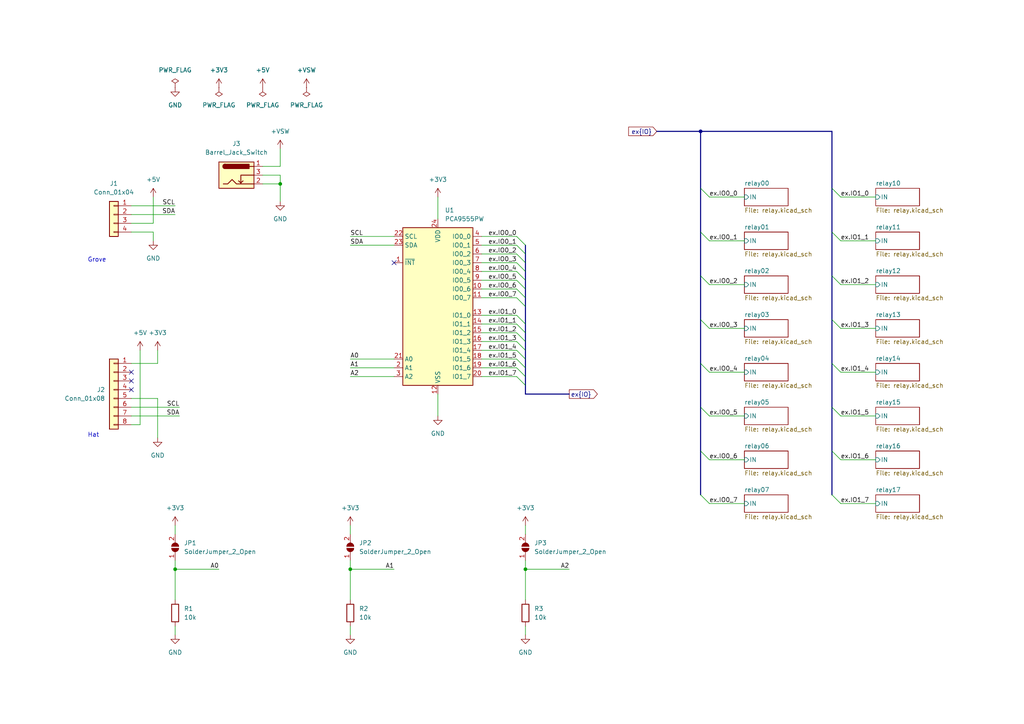
<source format=kicad_sch>
(kicad_sch (version 20211123) (generator eeschema)

  (uuid 792a714f-f339-4d1c-b60f-00187b76b56b)

  (paper "A4")

  (title_block
    (title "CabHat_relay")
    (date "2022-12-10")
    (rev "0.01")
    (company "@stop_pattern")
  )

  (lib_symbols
    (symbol "Library:Barrel_Jack_Switch" (pin_names hide) (in_bom yes) (on_board yes)
      (property "Reference" "J" (id 0) (at 0 5.334 0)
        (effects (font (size 1.27 1.27)))
      )
      (property "Value" "Barrel_Jack_Switch" (id 1) (at 0 -5.08 0)
        (effects (font (size 1.27 1.27)))
      )
      (property "Footprint" "" (id 2) (at 1.27 -1.016 0)
        (effects (font (size 1.27 1.27)) hide)
      )
      (property "Datasheet" "~" (id 3) (at 1.27 -1.016 0)
        (effects (font (size 1.27 1.27)) hide)
      )
      (property "ki_keywords" "DC power barrel jack connector" (id 4) (at 0 0 0)
        (effects (font (size 1.27 1.27)) hide)
      )
      (property "ki_description" "DC Barrel Jack with an internal switch" (id 5) (at 0 0 0)
        (effects (font (size 1.27 1.27)) hide)
      )
      (property "ki_fp_filters" "BarrelJack*" (id 6) (at 0 0 0)
        (effects (font (size 1.27 1.27)) hide)
      )
      (symbol "Barrel_Jack_Switch_0_1"
        (rectangle (start -5.08 3.81) (end 5.08 -3.81)
          (stroke (width 0.254) (type default) (color 0 0 0 0))
          (fill (type background))
        )
        (arc (start -3.302 3.175) (mid -3.937 2.54) (end -3.302 1.905)
          (stroke (width 0.254) (type default) (color 0 0 0 0))
          (fill (type none))
        )
        (arc (start -3.302 3.175) (mid -3.937 2.54) (end -3.302 1.905)
          (stroke (width 0.254) (type default) (color 0 0 0 0))
          (fill (type outline))
        )
        (polyline
          (pts
            (xy 1.27 -2.286)
            (xy 1.905 -1.651)
          )
          (stroke (width 0.254) (type default) (color 0 0 0 0))
          (fill (type none))
        )
        (polyline
          (pts
            (xy 5.08 2.54)
            (xy 3.81 2.54)
          )
          (stroke (width 0.254) (type default) (color 0 0 0 0))
          (fill (type none))
        )
        (polyline
          (pts
            (xy 5.08 0)
            (xy 1.27 0)
            (xy 1.27 -2.286)
            (xy 0.635 -1.651)
          )
          (stroke (width 0.254) (type default) (color 0 0 0 0))
          (fill (type none))
        )
        (polyline
          (pts
            (xy -3.81 -2.54)
            (xy -2.54 -2.54)
            (xy -1.27 -1.27)
            (xy 0 -2.54)
            (xy 2.54 -2.54)
            (xy 5.08 -2.54)
          )
          (stroke (width 0.254) (type default) (color 0 0 0 0))
          (fill (type none))
        )
        (rectangle (start 3.683 3.175) (end -3.302 1.905)
          (stroke (width 0.254) (type default) (color 0 0 0 0))
          (fill (type outline))
        )
      )
      (symbol "Barrel_Jack_Switch_1_1"
        (pin passive line (at 7.62 2.54 180) (length 2.54)
          (name "~" (effects (font (size 1.27 1.27))))
          (number "1" (effects (font (size 1.27 1.27))))
        )
        (pin passive line (at 7.62 -2.54 180) (length 2.54)
          (name "~" (effects (font (size 1.27 1.27))))
          (number "2" (effects (font (size 1.27 1.27))))
        )
        (pin passive line (at 7.62 0 180) (length 2.54)
          (name "~" (effects (font (size 1.27 1.27))))
          (number "3" (effects (font (size 1.27 1.27))))
        )
      )
    )
    (symbol "Library:Conn_01x04" (pin_names (offset 1.016) hide) (in_bom yes) (on_board yes)
      (property "Reference" "J" (id 0) (at 0 5.08 0)
        (effects (font (size 1.27 1.27)))
      )
      (property "Value" "Conn_01x04" (id 1) (at 0 -7.62 0)
        (effects (font (size 1.27 1.27)))
      )
      (property "Footprint" "" (id 2) (at 0 0 0)
        (effects (font (size 1.27 1.27)) hide)
      )
      (property "Datasheet" "~" (id 3) (at 0 0 0)
        (effects (font (size 1.27 1.27)) hide)
      )
      (property "ki_keywords" "connector" (id 4) (at 0 0 0)
        (effects (font (size 1.27 1.27)) hide)
      )
      (property "ki_description" "Generic connector, single row, 01x04, script generated (kicad-library-utils/schlib/autogen/connector/)" (id 5) (at 0 0 0)
        (effects (font (size 1.27 1.27)) hide)
      )
      (property "ki_fp_filters" "Connector*:*_1x??_*" (id 6) (at 0 0 0)
        (effects (font (size 1.27 1.27)) hide)
      )
      (symbol "Conn_01x04_1_1"
        (rectangle (start -1.27 -4.953) (end 0 -5.207)
          (stroke (width 0.1524) (type default) (color 0 0 0 0))
          (fill (type none))
        )
        (rectangle (start -1.27 -2.413) (end 0 -2.667)
          (stroke (width 0.1524) (type default) (color 0 0 0 0))
          (fill (type none))
        )
        (rectangle (start -1.27 0.127) (end 0 -0.127)
          (stroke (width 0.1524) (type default) (color 0 0 0 0))
          (fill (type none))
        )
        (rectangle (start -1.27 2.667) (end 0 2.413)
          (stroke (width 0.1524) (type default) (color 0 0 0 0))
          (fill (type none))
        )
        (rectangle (start -1.27 3.81) (end 1.27 -6.35)
          (stroke (width 0.254) (type default) (color 0 0 0 0))
          (fill (type background))
        )
        (pin passive line (at -5.08 2.54 0) (length 3.81)
          (name "Pin_1" (effects (font (size 1.27 1.27))))
          (number "1" (effects (font (size 1.27 1.27))))
        )
        (pin passive line (at -5.08 0 0) (length 3.81)
          (name "Pin_2" (effects (font (size 1.27 1.27))))
          (number "2" (effects (font (size 1.27 1.27))))
        )
        (pin passive line (at -5.08 -2.54 0) (length 3.81)
          (name "Pin_3" (effects (font (size 1.27 1.27))))
          (number "3" (effects (font (size 1.27 1.27))))
        )
        (pin passive line (at -5.08 -5.08 0) (length 3.81)
          (name "Pin_4" (effects (font (size 1.27 1.27))))
          (number "4" (effects (font (size 1.27 1.27))))
        )
      )
    )
    (symbol "Library:Conn_01x08" (pin_names (offset 1.016) hide) (in_bom yes) (on_board yes)
      (property "Reference" "J" (id 0) (at 0 10.16 0)
        (effects (font (size 1.27 1.27)))
      )
      (property "Value" "Conn_01x08" (id 1) (at 0 -12.7 0)
        (effects (font (size 1.27 1.27)))
      )
      (property "Footprint" "" (id 2) (at 0 0 0)
        (effects (font (size 1.27 1.27)) hide)
      )
      (property "Datasheet" "~" (id 3) (at 0 0 0)
        (effects (font (size 1.27 1.27)) hide)
      )
      (property "ki_keywords" "connector" (id 4) (at 0 0 0)
        (effects (font (size 1.27 1.27)) hide)
      )
      (property "ki_description" "Generic connector, single row, 01x08, script generated (kicad-library-utils/schlib/autogen/connector/)" (id 5) (at 0 0 0)
        (effects (font (size 1.27 1.27)) hide)
      )
      (property "ki_fp_filters" "Connector*:*_1x??_*" (id 6) (at 0 0 0)
        (effects (font (size 1.27 1.27)) hide)
      )
      (symbol "Conn_01x08_1_1"
        (rectangle (start -1.27 -10.033) (end 0 -10.287)
          (stroke (width 0.1524) (type default) (color 0 0 0 0))
          (fill (type none))
        )
        (rectangle (start -1.27 -7.493) (end 0 -7.747)
          (stroke (width 0.1524) (type default) (color 0 0 0 0))
          (fill (type none))
        )
        (rectangle (start -1.27 -4.953) (end 0 -5.207)
          (stroke (width 0.1524) (type default) (color 0 0 0 0))
          (fill (type none))
        )
        (rectangle (start -1.27 -2.413) (end 0 -2.667)
          (stroke (width 0.1524) (type default) (color 0 0 0 0))
          (fill (type none))
        )
        (rectangle (start -1.27 0.127) (end 0 -0.127)
          (stroke (width 0.1524) (type default) (color 0 0 0 0))
          (fill (type none))
        )
        (rectangle (start -1.27 2.667) (end 0 2.413)
          (stroke (width 0.1524) (type default) (color 0 0 0 0))
          (fill (type none))
        )
        (rectangle (start -1.27 5.207) (end 0 4.953)
          (stroke (width 0.1524) (type default) (color 0 0 0 0))
          (fill (type none))
        )
        (rectangle (start -1.27 7.747) (end 0 7.493)
          (stroke (width 0.1524) (type default) (color 0 0 0 0))
          (fill (type none))
        )
        (rectangle (start -1.27 8.89) (end 1.27 -11.43)
          (stroke (width 0.254) (type default) (color 0 0 0 0))
          (fill (type background))
        )
        (pin passive line (at -5.08 7.62 0) (length 3.81)
          (name "Pin_1" (effects (font (size 1.27 1.27))))
          (number "1" (effects (font (size 1.27 1.27))))
        )
        (pin passive line (at -5.08 5.08 0) (length 3.81)
          (name "Pin_2" (effects (font (size 1.27 1.27))))
          (number "2" (effects (font (size 1.27 1.27))))
        )
        (pin passive line (at -5.08 2.54 0) (length 3.81)
          (name "Pin_3" (effects (font (size 1.27 1.27))))
          (number "3" (effects (font (size 1.27 1.27))))
        )
        (pin passive line (at -5.08 0 0) (length 3.81)
          (name "Pin_4" (effects (font (size 1.27 1.27))))
          (number "4" (effects (font (size 1.27 1.27))))
        )
        (pin passive line (at -5.08 -2.54 0) (length 3.81)
          (name "Pin_5" (effects (font (size 1.27 1.27))))
          (number "5" (effects (font (size 1.27 1.27))))
        )
        (pin passive line (at -5.08 -5.08 0) (length 3.81)
          (name "Pin_6" (effects (font (size 1.27 1.27))))
          (number "6" (effects (font (size 1.27 1.27))))
        )
        (pin passive line (at -5.08 -7.62 0) (length 3.81)
          (name "Pin_7" (effects (font (size 1.27 1.27))))
          (number "7" (effects (font (size 1.27 1.27))))
        )
        (pin passive line (at -5.08 -10.16 0) (length 3.81)
          (name "Pin_8" (effects (font (size 1.27 1.27))))
          (number "8" (effects (font (size 1.27 1.27))))
        )
      )
    )
    (symbol "Library:PCA9555PW" (in_bom yes) (on_board yes)
      (property "Reference" "U" (id 0) (at -8.89 24.13 0)
        (effects (font (size 1.27 1.27)))
      )
      (property "Value" "PCA9555PW" (id 1) (at 6.35 24.13 0)
        (effects (font (size 1.27 1.27)))
      )
      (property "Footprint" "Package_SO:TSSOP-24_4.4x7.8mm_P0.65mm" (id 2) (at 0 0 0)
        (effects (font (size 1.27 1.27)) hide)
      )
      (property "Datasheet" "https://www.nxp.com/docs/en/data-sheet/PCA9555.pdf" (id 3) (at 0 0 0)
        (effects (font (size 1.27 1.27)) hide)
      )
      (property "ki_keywords" "I2C TWI IO expander" (id 4) (at 0 0 0)
        (effects (font (size 1.27 1.27)) hide)
      )
      (property "ki_description" "IO expander 16 GPIO, I2C 400kHz, Interrupt, 2.3 - 5.5V, TSSOP-24" (id 5) (at 0 0 0)
        (effects (font (size 1.27 1.27)) hide)
      )
      (property "ki_fp_filters" "TSSOP*4.4x7.8mm*P0.65mm*" (id 6) (at 0 0 0)
        (effects (font (size 1.27 1.27)) hide)
      )
      (symbol "PCA9555PW_0_1"
        (rectangle (start -10.16 22.86) (end 10.16 -22.86)
          (stroke (width 0.254) (type default) (color 0 0 0 0))
          (fill (type background))
        )
      )
      (symbol "PCA9555PW_1_1"
        (pin open_collector line (at -12.7 12.7 0) (length 2.54)
          (name "~{INT}" (effects (font (size 1.27 1.27))))
          (number "1" (effects (font (size 1.27 1.27))))
        )
        (pin bidirectional line (at 12.7 5.08 180) (length 2.54)
          (name "IO0_6" (effects (font (size 1.27 1.27))))
          (number "10" (effects (font (size 1.27 1.27))))
        )
        (pin bidirectional line (at 12.7 2.54 180) (length 2.54)
          (name "IO0_7" (effects (font (size 1.27 1.27))))
          (number "11" (effects (font (size 1.27 1.27))))
        )
        (pin power_in line (at 0 -25.4 90) (length 2.54)
          (name "VSS" (effects (font (size 1.27 1.27))))
          (number "12" (effects (font (size 1.27 1.27))))
        )
        (pin bidirectional line (at 12.7 -2.54 180) (length 2.54)
          (name "IO1_0" (effects (font (size 1.27 1.27))))
          (number "13" (effects (font (size 1.27 1.27))))
        )
        (pin bidirectional line (at 12.7 -5.08 180) (length 2.54)
          (name "IO1_1" (effects (font (size 1.27 1.27))))
          (number "14" (effects (font (size 1.27 1.27))))
        )
        (pin bidirectional line (at 12.7 -7.62 180) (length 2.54)
          (name "IO1_2" (effects (font (size 1.27 1.27))))
          (number "15" (effects (font (size 1.27 1.27))))
        )
        (pin bidirectional line (at 12.7 -10.16 180) (length 2.54)
          (name "IO1_3" (effects (font (size 1.27 1.27))))
          (number "16" (effects (font (size 1.27 1.27))))
        )
        (pin bidirectional line (at 12.7 -12.7 180) (length 2.54)
          (name "IO1_4" (effects (font (size 1.27 1.27))))
          (number "17" (effects (font (size 1.27 1.27))))
        )
        (pin bidirectional line (at 12.7 -15.24 180) (length 2.54)
          (name "IO1_5" (effects (font (size 1.27 1.27))))
          (number "18" (effects (font (size 1.27 1.27))))
        )
        (pin bidirectional line (at 12.7 -17.78 180) (length 2.54)
          (name "IO1_6" (effects (font (size 1.27 1.27))))
          (number "19" (effects (font (size 1.27 1.27))))
        )
        (pin input line (at -12.7 -17.78 0) (length 2.54)
          (name "A1" (effects (font (size 1.27 1.27))))
          (number "2" (effects (font (size 1.27 1.27))))
        )
        (pin bidirectional line (at 12.7 -20.32 180) (length 2.54)
          (name "IO1_7" (effects (font (size 1.27 1.27))))
          (number "20" (effects (font (size 1.27 1.27))))
        )
        (pin input line (at -12.7 -15.24 0) (length 2.54)
          (name "A0" (effects (font (size 1.27 1.27))))
          (number "21" (effects (font (size 1.27 1.27))))
        )
        (pin input line (at -12.7 20.32 0) (length 2.54)
          (name "SCL" (effects (font (size 1.27 1.27))))
          (number "22" (effects (font (size 1.27 1.27))))
        )
        (pin bidirectional line (at -12.7 17.78 0) (length 2.54)
          (name "SDA" (effects (font (size 1.27 1.27))))
          (number "23" (effects (font (size 1.27 1.27))))
        )
        (pin power_in line (at 0 25.4 270) (length 2.54)
          (name "VDD" (effects (font (size 1.27 1.27))))
          (number "24" (effects (font (size 1.27 1.27))))
        )
        (pin input line (at -12.7 -20.32 0) (length 2.54)
          (name "A2" (effects (font (size 1.27 1.27))))
          (number "3" (effects (font (size 1.27 1.27))))
        )
        (pin bidirectional line (at 12.7 20.32 180) (length 2.54)
          (name "IO0_0" (effects (font (size 1.27 1.27))))
          (number "4" (effects (font (size 1.27 1.27))))
        )
        (pin bidirectional line (at 12.7 17.78 180) (length 2.54)
          (name "IO0_1" (effects (font (size 1.27 1.27))))
          (number "5" (effects (font (size 1.27 1.27))))
        )
        (pin bidirectional line (at 12.7 15.24 180) (length 2.54)
          (name "IO0_2" (effects (font (size 1.27 1.27))))
          (number "6" (effects (font (size 1.27 1.27))))
        )
        (pin bidirectional line (at 12.7 12.7 180) (length 2.54)
          (name "IO0_3" (effects (font (size 1.27 1.27))))
          (number "7" (effects (font (size 1.27 1.27))))
        )
        (pin bidirectional line (at 12.7 10.16 180) (length 2.54)
          (name "IO0_4" (effects (font (size 1.27 1.27))))
          (number "8" (effects (font (size 1.27 1.27))))
        )
        (pin bidirectional line (at 12.7 7.62 180) (length 2.54)
          (name "IO0_5" (effects (font (size 1.27 1.27))))
          (number "9" (effects (font (size 1.27 1.27))))
        )
      )
    )
    (symbol "Library:R" (pin_numbers hide) (pin_names (offset 0)) (in_bom yes) (on_board yes)
      (property "Reference" "R" (id 0) (at 2.032 0 90)
        (effects (font (size 1.27 1.27)))
      )
      (property "Value" "R" (id 1) (at 0 0 90)
        (effects (font (size 1.27 1.27)))
      )
      (property "Footprint" "" (id 2) (at -1.778 0 90)
        (effects (font (size 1.27 1.27)) hide)
      )
      (property "Datasheet" "~" (id 3) (at 0 0 0)
        (effects (font (size 1.27 1.27)) hide)
      )
      (property "ki_keywords" "R res resistor" (id 4) (at 0 0 0)
        (effects (font (size 1.27 1.27)) hide)
      )
      (property "ki_description" "Resistor" (id 5) (at 0 0 0)
        (effects (font (size 1.27 1.27)) hide)
      )
      (property "ki_fp_filters" "R_*" (id 6) (at 0 0 0)
        (effects (font (size 1.27 1.27)) hide)
      )
      (symbol "R_0_1"
        (rectangle (start -1.016 -2.54) (end 1.016 2.54)
          (stroke (width 0.254) (type default) (color 0 0 0 0))
          (fill (type none))
        )
      )
      (symbol "R_1_1"
        (pin passive line (at 0 3.81 270) (length 1.27)
          (name "~" (effects (font (size 1.27 1.27))))
          (number "1" (effects (font (size 1.27 1.27))))
        )
        (pin passive line (at 0 -3.81 90) (length 1.27)
          (name "~" (effects (font (size 1.27 1.27))))
          (number "2" (effects (font (size 1.27 1.27))))
        )
      )
    )
    (symbol "Library:SolderJumper_2_Open" (pin_names (offset 0) hide) (in_bom yes) (on_board yes)
      (property "Reference" "JP" (id 0) (at 0 2.032 0)
        (effects (font (size 1.27 1.27)))
      )
      (property "Value" "SolderJumper_2_Open" (id 1) (at 0 -2.54 0)
        (effects (font (size 1.27 1.27)))
      )
      (property "Footprint" "" (id 2) (at 0 0 0)
        (effects (font (size 1.27 1.27)) hide)
      )
      (property "Datasheet" "~" (id 3) (at 0 0 0)
        (effects (font (size 1.27 1.27)) hide)
      )
      (property "ki_keywords" "solder jumper SPST" (id 4) (at 0 0 0)
        (effects (font (size 1.27 1.27)) hide)
      )
      (property "ki_description" "Solder Jumper, 2-pole, open" (id 5) (at 0 0 0)
        (effects (font (size 1.27 1.27)) hide)
      )
      (property "ki_fp_filters" "SolderJumper*Open*" (id 6) (at 0 0 0)
        (effects (font (size 1.27 1.27)) hide)
      )
      (symbol "SolderJumper_2_Open_0_1"
        (arc (start -0.254 1.016) (mid -1.27 0) (end -0.254 -1.016)
          (stroke (width 0) (type default) (color 0 0 0 0))
          (fill (type none))
        )
        (arc (start -0.254 1.016) (mid -1.27 0) (end -0.254 -1.016)
          (stroke (width 0) (type default) (color 0 0 0 0))
          (fill (type outline))
        )
        (polyline
          (pts
            (xy -0.254 1.016)
            (xy -0.254 -1.016)
          )
          (stroke (width 0) (type default) (color 0 0 0 0))
          (fill (type none))
        )
        (polyline
          (pts
            (xy 0.254 1.016)
            (xy 0.254 -1.016)
          )
          (stroke (width 0) (type default) (color 0 0 0 0))
          (fill (type none))
        )
        (arc (start 0.254 -1.016) (mid 1.27 0) (end 0.254 1.016)
          (stroke (width 0) (type default) (color 0 0 0 0))
          (fill (type none))
        )
        (arc (start 0.254 -1.016) (mid 1.27 0) (end 0.254 1.016)
          (stroke (width 0) (type default) (color 0 0 0 0))
          (fill (type outline))
        )
      )
      (symbol "SolderJumper_2_Open_1_1"
        (pin passive line (at -3.81 0 0) (length 2.54)
          (name "A" (effects (font (size 1.27 1.27))))
          (number "1" (effects (font (size 1.27 1.27))))
        )
        (pin passive line (at 3.81 0 180) (length 2.54)
          (name "B" (effects (font (size 1.27 1.27))))
          (number "2" (effects (font (size 1.27 1.27))))
        )
      )
    )
    (symbol "power:+3V3" (power) (pin_names (offset 0)) (in_bom yes) (on_board yes)
      (property "Reference" "#PWR" (id 0) (at 0 -3.81 0)
        (effects (font (size 1.27 1.27)) hide)
      )
      (property "Value" "+3V3" (id 1) (at 0 3.556 0)
        (effects (font (size 1.27 1.27)))
      )
      (property "Footprint" "" (id 2) (at 0 0 0)
        (effects (font (size 1.27 1.27)) hide)
      )
      (property "Datasheet" "" (id 3) (at 0 0 0)
        (effects (font (size 1.27 1.27)) hide)
      )
      (property "ki_keywords" "power-flag" (id 4) (at 0 0 0)
        (effects (font (size 1.27 1.27)) hide)
      )
      (property "ki_description" "Power symbol creates a global label with name \"+3V3\"" (id 5) (at 0 0 0)
        (effects (font (size 1.27 1.27)) hide)
      )
      (symbol "+3V3_0_1"
        (polyline
          (pts
            (xy -0.762 1.27)
            (xy 0 2.54)
          )
          (stroke (width 0) (type default) (color 0 0 0 0))
          (fill (type none))
        )
        (polyline
          (pts
            (xy 0 0)
            (xy 0 2.54)
          )
          (stroke (width 0) (type default) (color 0 0 0 0))
          (fill (type none))
        )
        (polyline
          (pts
            (xy 0 2.54)
            (xy 0.762 1.27)
          )
          (stroke (width 0) (type default) (color 0 0 0 0))
          (fill (type none))
        )
      )
      (symbol "+3V3_1_1"
        (pin power_in line (at 0 0 90) (length 0) hide
          (name "+3V3" (effects (font (size 1.27 1.27))))
          (number "1" (effects (font (size 1.27 1.27))))
        )
      )
    )
    (symbol "power:+5V" (power) (pin_names (offset 0)) (in_bom yes) (on_board yes)
      (property "Reference" "#PWR" (id 0) (at 0 -3.81 0)
        (effects (font (size 1.27 1.27)) hide)
      )
      (property "Value" "+5V" (id 1) (at 0 3.556 0)
        (effects (font (size 1.27 1.27)))
      )
      (property "Footprint" "" (id 2) (at 0 0 0)
        (effects (font (size 1.27 1.27)) hide)
      )
      (property "Datasheet" "" (id 3) (at 0 0 0)
        (effects (font (size 1.27 1.27)) hide)
      )
      (property "ki_keywords" "power-flag" (id 4) (at 0 0 0)
        (effects (font (size 1.27 1.27)) hide)
      )
      (property "ki_description" "Power symbol creates a global label with name \"+5V\"" (id 5) (at 0 0 0)
        (effects (font (size 1.27 1.27)) hide)
      )
      (symbol "+5V_0_1"
        (polyline
          (pts
            (xy -0.762 1.27)
            (xy 0 2.54)
          )
          (stroke (width 0) (type default) (color 0 0 0 0))
          (fill (type none))
        )
        (polyline
          (pts
            (xy 0 0)
            (xy 0 2.54)
          )
          (stroke (width 0) (type default) (color 0 0 0 0))
          (fill (type none))
        )
        (polyline
          (pts
            (xy 0 2.54)
            (xy 0.762 1.27)
          )
          (stroke (width 0) (type default) (color 0 0 0 0))
          (fill (type none))
        )
      )
      (symbol "+5V_1_1"
        (pin power_in line (at 0 0 90) (length 0) hide
          (name "+5V" (effects (font (size 1.27 1.27))))
          (number "1" (effects (font (size 1.27 1.27))))
        )
      )
    )
    (symbol "power:+VSW" (power) (pin_names (offset 0)) (in_bom yes) (on_board yes)
      (property "Reference" "#PWR" (id 0) (at 0 -3.81 0)
        (effects (font (size 1.27 1.27)) hide)
      )
      (property "Value" "+VSW" (id 1) (at 0 3.556 0)
        (effects (font (size 1.27 1.27)))
      )
      (property "Footprint" "" (id 2) (at 0 0 0)
        (effects (font (size 1.27 1.27)) hide)
      )
      (property "Datasheet" "" (id 3) (at 0 0 0)
        (effects (font (size 1.27 1.27)) hide)
      )
      (property "ki_keywords" "power-flag" (id 4) (at 0 0 0)
        (effects (font (size 1.27 1.27)) hide)
      )
      (property "ki_description" "Power symbol creates a global label with name \"+VSW\"" (id 5) (at 0 0 0)
        (effects (font (size 1.27 1.27)) hide)
      )
      (symbol "+VSW_0_1"
        (polyline
          (pts
            (xy -0.762 1.27)
            (xy 0 2.54)
          )
          (stroke (width 0) (type default) (color 0 0 0 0))
          (fill (type none))
        )
        (polyline
          (pts
            (xy 0 0)
            (xy 0 2.54)
          )
          (stroke (width 0) (type default) (color 0 0 0 0))
          (fill (type none))
        )
        (polyline
          (pts
            (xy 0 2.54)
            (xy 0.762 1.27)
          )
          (stroke (width 0) (type default) (color 0 0 0 0))
          (fill (type none))
        )
      )
      (symbol "+VSW_1_1"
        (pin power_in line (at 0 0 90) (length 0) hide
          (name "+VSW" (effects (font (size 1.27 1.27))))
          (number "1" (effects (font (size 1.27 1.27))))
        )
      )
    )
    (symbol "power:GND" (power) (pin_names (offset 0)) (in_bom yes) (on_board yes)
      (property "Reference" "#PWR" (id 0) (at 0 -6.35 0)
        (effects (font (size 1.27 1.27)) hide)
      )
      (property "Value" "GND" (id 1) (at 0 -3.81 0)
        (effects (font (size 1.27 1.27)))
      )
      (property "Footprint" "" (id 2) (at 0 0 0)
        (effects (font (size 1.27 1.27)) hide)
      )
      (property "Datasheet" "" (id 3) (at 0 0 0)
        (effects (font (size 1.27 1.27)) hide)
      )
      (property "ki_keywords" "power-flag" (id 4) (at 0 0 0)
        (effects (font (size 1.27 1.27)) hide)
      )
      (property "ki_description" "Power symbol creates a global label with name \"GND\" , ground" (id 5) (at 0 0 0)
        (effects (font (size 1.27 1.27)) hide)
      )
      (symbol "GND_0_1"
        (polyline
          (pts
            (xy 0 0)
            (xy 0 -1.27)
            (xy 1.27 -1.27)
            (xy 0 -2.54)
            (xy -1.27 -1.27)
            (xy 0 -1.27)
          )
          (stroke (width 0) (type default) (color 0 0 0 0))
          (fill (type none))
        )
      )
      (symbol "GND_1_1"
        (pin power_in line (at 0 0 270) (length 0) hide
          (name "GND" (effects (font (size 1.27 1.27))))
          (number "1" (effects (font (size 1.27 1.27))))
        )
      )
    )
    (symbol "power:PWR_FLAG" (power) (pin_numbers hide) (pin_names (offset 0) hide) (in_bom yes) (on_board yes)
      (property "Reference" "#FLG" (id 0) (at 0 1.905 0)
        (effects (font (size 1.27 1.27)) hide)
      )
      (property "Value" "PWR_FLAG" (id 1) (at 0 3.81 0)
        (effects (font (size 1.27 1.27)))
      )
      (property "Footprint" "" (id 2) (at 0 0 0)
        (effects (font (size 1.27 1.27)) hide)
      )
      (property "Datasheet" "~" (id 3) (at 0 0 0)
        (effects (font (size 1.27 1.27)) hide)
      )
      (property "ki_keywords" "power-flag" (id 4) (at 0 0 0)
        (effects (font (size 1.27 1.27)) hide)
      )
      (property "ki_description" "Special symbol for telling ERC where power comes from" (id 5) (at 0 0 0)
        (effects (font (size 1.27 1.27)) hide)
      )
      (symbol "PWR_FLAG_0_0"
        (pin power_out line (at 0 0 90) (length 0)
          (name "pwr" (effects (font (size 1.27 1.27))))
          (number "1" (effects (font (size 1.27 1.27))))
        )
      )
      (symbol "PWR_FLAG_0_1"
        (polyline
          (pts
            (xy 0 0)
            (xy 0 1.27)
            (xy -1.016 1.905)
            (xy 0 2.54)
            (xy 1.016 1.905)
            (xy 0 1.27)
          )
          (stroke (width 0) (type default) (color 0 0 0 0))
          (fill (type none))
        )
      )
    )
  )

  (bus_alias "IO" (members "IO0_[0..7]" "IO1_[0..7]"))
  (junction (at 152.4 165.1) (diameter 0) (color 0 0 0 0)
    (uuid 28bdf31b-789e-4887-b745-a7002e35f535)
  )
  (junction (at 81.28 53.34) (diameter 0) (color 0 0 0 0)
    (uuid 56bdb05f-5215-46ac-90f7-2f9a04138f05)
  )
  (junction (at 101.6 165.1) (diameter 0) (color 0 0 0 0)
    (uuid 5dedac15-561c-4735-8fb7-ad6d2c445a5d)
  )
  (junction (at 50.8 165.1) (diameter 0) (color 0 0 0 0)
    (uuid 60a7aa35-4ee4-446d-bbd7-b70032d0ed57)
  )
  (junction (at 203.2 38.1) (diameter 0) (color 0 0 0 0)
    (uuid 8681c88e-c138-4159-893b-a4638dadc3ee)
  )

  (no_connect (at 38.1 113.03) (uuid 3590bc77-82e3-4c57-abb6-1a4201cca491))
  (no_connect (at 38.1 110.49) (uuid 3590bc77-82e3-4c57-abb6-1a4201cca492))
  (no_connect (at 38.1 107.95) (uuid 3590bc77-82e3-4c57-abb6-1a4201cca493))
  (no_connect (at 114.3 76.2) (uuid bb8b0fe7-46ba-46f5-ba2e-15da7a99f299))

  (bus_entry (at 241.3 67.31) (size 2.54 2.54)
    (stroke (width 0) (type default) (color 0 0 0 0))
    (uuid 02a5c93d-b8bb-4cee-9ae9-8c310b5cebeb)
  )
  (bus_entry (at 203.2 80.01) (size 2.54 2.54)
    (stroke (width 0) (type default) (color 0 0 0 0))
    (uuid 06398774-4b55-4521-b302-df8ab5ff7c74)
  )
  (bus_entry (at 241.3 143.51) (size 2.54 2.54)
    (stroke (width 0) (type default) (color 0 0 0 0))
    (uuid 082fc13f-695d-4324-a9d5-ed1c424df1af)
  )
  (bus_entry (at 152.4 99.06) (size -2.54 -2.54)
    (stroke (width 0) (type default) (color 0 0 0 0))
    (uuid 0bf37daf-ad11-44e6-bea3-4314a1d1c070)
  )
  (bus_entry (at 241.3 54.61) (size 2.54 2.54)
    (stroke (width 0) (type default) (color 0 0 0 0))
    (uuid 18f94384-3b94-4f90-a6e6-f2a578ca16c0)
  )
  (bus_entry (at 152.4 81.28) (size -2.54 -2.54)
    (stroke (width 0) (type default) (color 0 0 0 0))
    (uuid 291f9e54-8231-47c0-a130-3b8be5ce4853)
  )
  (bus_entry (at 203.2 67.31) (size 2.54 2.54)
    (stroke (width 0) (type default) (color 0 0 0 0))
    (uuid 2a7220dc-fbdb-4f48-adf1-c68bf71f5f55)
  )
  (bus_entry (at 203.2 54.61) (size 2.54 2.54)
    (stroke (width 0) (type default) (color 0 0 0 0))
    (uuid 2e79def8-efb2-44b1-82c5-ef95aebeca07)
  )
  (bus_entry (at 152.4 88.9) (size -2.54 -2.54)
    (stroke (width 0) (type default) (color 0 0 0 0))
    (uuid 34ba232e-00a4-41c2-a3f7-44a7f8bbe596)
  )
  (bus_entry (at 241.3 118.11) (size 2.54 2.54)
    (stroke (width 0) (type default) (color 0 0 0 0))
    (uuid 3e6849a3-3529-47ee-8a9e-b7ac566cf4f5)
  )
  (bus_entry (at 152.4 71.12) (size -2.54 -2.54)
    (stroke (width 0) (type default) (color 0 0 0 0))
    (uuid 4357a3e4-3e09-4724-9e7e-04880e61af01)
  )
  (bus_entry (at 152.4 83.82) (size -2.54 -2.54)
    (stroke (width 0) (type default) (color 0 0 0 0))
    (uuid 48dd8405-8931-4356-877b-c3c670c9fc68)
  )
  (bus_entry (at 203.2 92.71) (size 2.54 2.54)
    (stroke (width 0) (type default) (color 0 0 0 0))
    (uuid 4f3c1cc5-a5e8-4be1-bce2-d06ec58d5390)
  )
  (bus_entry (at 152.4 111.76) (size -2.54 -2.54)
    (stroke (width 0) (type default) (color 0 0 0 0))
    (uuid 56c61baa-e480-474b-80f7-b9c557b3a16b)
  )
  (bus_entry (at 152.4 73.66) (size -2.54 -2.54)
    (stroke (width 0) (type default) (color 0 0 0 0))
    (uuid 59a86e1f-6c2e-4b28-9314-af2a7f37a1e2)
  )
  (bus_entry (at 152.4 96.52) (size -2.54 -2.54)
    (stroke (width 0) (type default) (color 0 0 0 0))
    (uuid 64016b62-e25a-45ee-b92c-7276de394e8a)
  )
  (bus_entry (at 152.4 93.98) (size -2.54 -2.54)
    (stroke (width 0) (type default) (color 0 0 0 0))
    (uuid 65542286-3cf0-4bf7-87d7-88902bc83288)
  )
  (bus_entry (at 152.4 104.14) (size -2.54 -2.54)
    (stroke (width 0) (type default) (color 0 0 0 0))
    (uuid 6774f833-3cf4-437e-9259-eb0ccab95e27)
  )
  (bus_entry (at 241.3 80.01) (size 2.54 2.54)
    (stroke (width 0) (type default) (color 0 0 0 0))
    (uuid 6cea4903-a62e-4c9f-8551-e4ec817e6849)
  )
  (bus_entry (at 203.2 105.41) (size 2.54 2.54)
    (stroke (width 0) (type default) (color 0 0 0 0))
    (uuid 78207466-0211-45be-8734-ba7b1d25ec8b)
  )
  (bus_entry (at 241.3 130.81) (size 2.54 2.54)
    (stroke (width 0) (type default) (color 0 0 0 0))
    (uuid 7a161aba-ab19-4cfb-88de-7266db604f61)
  )
  (bus_entry (at 241.3 105.41) (size 2.54 2.54)
    (stroke (width 0) (type default) (color 0 0 0 0))
    (uuid 80655b27-b4d5-4c2f-8627-c60f9f4f1b2b)
  )
  (bus_entry (at 152.4 78.74) (size -2.54 -2.54)
    (stroke (width 0) (type default) (color 0 0 0 0))
    (uuid 8aa64bbd-9fa6-4b93-8469-17aa23e9fc9a)
  )
  (bus_entry (at 152.4 106.68) (size -2.54 -2.54)
    (stroke (width 0) (type default) (color 0 0 0 0))
    (uuid 9b25b641-aafd-4aca-b201-b725437290bf)
  )
  (bus_entry (at 203.2 130.81) (size 2.54 2.54)
    (stroke (width 0) (type default) (color 0 0 0 0))
    (uuid 9ce2f1d9-ed7a-4a9e-a491-36dcade969ae)
  )
  (bus_entry (at 152.4 101.6) (size -2.54 -2.54)
    (stroke (width 0) (type default) (color 0 0 0 0))
    (uuid 9d3a0d4b-bbce-488c-aac1-7b47ef4f87f2)
  )
  (bus_entry (at 203.2 143.51) (size 2.54 2.54)
    (stroke (width 0) (type default) (color 0 0 0 0))
    (uuid a1584bae-bddd-4377-9271-99e037fb230b)
  )
  (bus_entry (at 203.2 118.11) (size 2.54 2.54)
    (stroke (width 0) (type default) (color 0 0 0 0))
    (uuid a188bb48-e62d-41f5-be34-885fdafef158)
  )
  (bus_entry (at 152.4 109.22) (size -2.54 -2.54)
    (stroke (width 0) (type default) (color 0 0 0 0))
    (uuid adcfd325-5476-4755-80e5-b14e5759754a)
  )
  (bus_entry (at 152.4 86.36) (size -2.54 -2.54)
    (stroke (width 0) (type default) (color 0 0 0 0))
    (uuid b268a7ec-3393-484a-b615-3a8158b2e838)
  )
  (bus_entry (at 241.3 92.71) (size 2.54 2.54)
    (stroke (width 0) (type default) (color 0 0 0 0))
    (uuid cc3fe928-b419-436c-9df8-90e841bb5004)
  )
  (bus_entry (at 152.4 76.2) (size -2.54 -2.54)
    (stroke (width 0) (type default) (color 0 0 0 0))
    (uuid ffc4902c-c52f-40f7-b68c-fd0c97f5752d)
  )

  (wire (pts (xy 139.7 96.52) (xy 149.86 96.52))
    (stroke (width 0) (type default) (color 0 0 0 0))
    (uuid 04b58916-d0c7-4b31-aed1-e1895f1457a8)
  )
  (wire (pts (xy 243.84 95.25) (xy 254 95.25))
    (stroke (width 0) (type default) (color 0 0 0 0))
    (uuid 065c30d5-e465-4fe7-84c1-5f5165caa735)
  )
  (wire (pts (xy 101.6 181.61) (xy 101.6 184.15))
    (stroke (width 0) (type default) (color 0 0 0 0))
    (uuid 0708f75a-57fe-4c7a-95c4-73aca954c07b)
  )
  (bus (pts (xy 152.4 71.12) (xy 152.4 73.66))
    (stroke (width 0) (type default) (color 0 0 0 0))
    (uuid 079d950f-13be-4921-8612-57e02c7c322d)
  )

  (wire (pts (xy 152.4 152.4) (xy 152.4 154.94))
    (stroke (width 0) (type default) (color 0 0 0 0))
    (uuid 0abb534d-1642-4b65-b7b1-d27f0d055a28)
  )
  (wire (pts (xy 205.74 133.35) (xy 215.9 133.35))
    (stroke (width 0) (type default) (color 0 0 0 0))
    (uuid 0d6e4436-87e8-4d06-8ee9-d021b51221c8)
  )
  (bus (pts (xy 203.2 80.01) (xy 203.2 92.71))
    (stroke (width 0) (type default) (color 0 0 0 0))
    (uuid 0e55a921-49e4-46f8-8833-5ae22e5427f4)
  )

  (wire (pts (xy 139.7 71.12) (xy 149.86 71.12))
    (stroke (width 0) (type default) (color 0 0 0 0))
    (uuid 115d9899-674a-4036-a3bd-77b0e8726e32)
  )
  (wire (pts (xy 81.28 43.18) (xy 81.28 48.26))
    (stroke (width 0) (type default) (color 0 0 0 0))
    (uuid 19068451-909b-4e24-9043-698a0c6de7b3)
  )
  (wire (pts (xy 139.7 104.14) (xy 149.86 104.14))
    (stroke (width 0) (type default) (color 0 0 0 0))
    (uuid 1ad24db9-fcd0-4ee5-b0ea-3910de24540e)
  )
  (bus (pts (xy 152.4 88.9) (xy 152.4 93.98))
    (stroke (width 0) (type default) (color 0 0 0 0))
    (uuid 1aeca69a-032f-48e3-b20b-652957804485)
  )
  (bus (pts (xy 241.3 38.1) (xy 241.3 54.61))
    (stroke (width 0) (type default) (color 0 0 0 0))
    (uuid 1cfb373c-d492-418c-ac38-0ce411318e4a)
  )

  (wire (pts (xy 205.74 57.15) (xy 215.9 57.15))
    (stroke (width 0) (type default) (color 0 0 0 0))
    (uuid 2183007c-6455-4acd-99b8-9fb041b7dd37)
  )
  (bus (pts (xy 152.4 96.52) (xy 152.4 99.06))
    (stroke (width 0) (type default) (color 0 0 0 0))
    (uuid 227cfb77-6f6c-483f-93eb-4898012844ec)
  )

  (wire (pts (xy 205.74 107.95) (xy 215.9 107.95))
    (stroke (width 0) (type default) (color 0 0 0 0))
    (uuid 22ea1dc8-3d9c-4d11-9b80-c06148172865)
  )
  (wire (pts (xy 101.6 165.1) (xy 101.6 173.99))
    (stroke (width 0) (type default) (color 0 0 0 0))
    (uuid 262d0c36-c5d8-4605-93af-1423a6e889fd)
  )
  (bus (pts (xy 241.3 118.11) (xy 241.3 130.81))
    (stroke (width 0) (type default) (color 0 0 0 0))
    (uuid 27f46998-f48d-4e76-bdc7-fc8345ac95aa)
  )
  (bus (pts (xy 152.4 76.2) (xy 152.4 78.74))
    (stroke (width 0) (type default) (color 0 0 0 0))
    (uuid 2ce9dab9-11da-4b44-ab6e-09d24b30d724)
  )

  (wire (pts (xy 139.7 68.58) (xy 149.86 68.58))
    (stroke (width 0) (type default) (color 0 0 0 0))
    (uuid 34b40acd-1ea4-492c-9b18-4dc28d871134)
  )
  (bus (pts (xy 241.3 67.31) (xy 241.3 80.01))
    (stroke (width 0) (type default) (color 0 0 0 0))
    (uuid 35e63ada-d870-4394-92fc-a0eb98025e8b)
  )

  (wire (pts (xy 152.4 165.1) (xy 165.1 165.1))
    (stroke (width 0) (type default) (color 0 0 0 0))
    (uuid 35f7df88-1012-4ae3-b980-99cf1cf10d96)
  )
  (wire (pts (xy 76.2 50.8) (xy 81.28 50.8))
    (stroke (width 0) (type default) (color 0 0 0 0))
    (uuid 369b9e44-d690-4488-aa6e-3ecc4480e95b)
  )
  (wire (pts (xy 101.6 71.12) (xy 114.3 71.12))
    (stroke (width 0) (type default) (color 0 0 0 0))
    (uuid 36ec729a-0148-4b2d-aa8f-c1de30b4903e)
  )
  (bus (pts (xy 152.4 93.98) (xy 152.4 96.52))
    (stroke (width 0) (type default) (color 0 0 0 0))
    (uuid 40c3981b-7f1a-4c8d-9a3b-45267d5e1be0)
  )

  (wire (pts (xy 152.4 165.1) (xy 152.4 173.99))
    (stroke (width 0) (type default) (color 0 0 0 0))
    (uuid 40d60819-8b22-4331-a144-81f3f43bedba)
  )
  (bus (pts (xy 152.4 99.06) (xy 152.4 101.6))
    (stroke (width 0) (type default) (color 0 0 0 0))
    (uuid 4506028a-16e1-44b3-8bd7-1900d30ab17a)
  )

  (wire (pts (xy 45.72 101.6) (xy 45.72 105.41))
    (stroke (width 0) (type default) (color 0 0 0 0))
    (uuid 484229aa-a0c2-4764-aa2c-5b833f036f26)
  )
  (wire (pts (xy 101.6 162.56) (xy 101.6 165.1))
    (stroke (width 0) (type default) (color 0 0 0 0))
    (uuid 49490ae5-40cb-4f45-b304-f78d2ba24796)
  )
  (wire (pts (xy 243.84 146.05) (xy 254 146.05))
    (stroke (width 0) (type default) (color 0 0 0 0))
    (uuid 4accd282-5e4d-458f-837d-3d01e872eb2f)
  )
  (bus (pts (xy 152.4 114.3) (xy 165.1 114.3))
    (stroke (width 0) (type default) (color 0 0 0 0))
    (uuid 5168715e-0301-4094-aef7-973822bbd37e)
  )

  (wire (pts (xy 76.2 48.26) (xy 81.28 48.26))
    (stroke (width 0) (type default) (color 0 0 0 0))
    (uuid 561c35d0-4a6d-4810-923e-487e3dd41cd9)
  )
  (wire (pts (xy 45.72 115.57) (xy 38.1 115.57))
    (stroke (width 0) (type default) (color 0 0 0 0))
    (uuid 5892e4f2-ff66-4f9a-b194-3517e791d5a6)
  )
  (bus (pts (xy 203.2 130.81) (xy 203.2 143.51))
    (stroke (width 0) (type default) (color 0 0 0 0))
    (uuid 5a106968-9fef-4a91-993e-b54d0af9ea87)
  )

  (wire (pts (xy 139.7 81.28) (xy 149.86 81.28))
    (stroke (width 0) (type default) (color 0 0 0 0))
    (uuid 5c3dbf71-82c4-45f8-a380-dca22abad85f)
  )
  (wire (pts (xy 205.74 69.85) (xy 215.9 69.85))
    (stroke (width 0) (type default) (color 0 0 0 0))
    (uuid 5c48fbfe-4175-4433-808f-24abcee2663b)
  )
  (wire (pts (xy 50.8 181.61) (xy 50.8 184.15))
    (stroke (width 0) (type default) (color 0 0 0 0))
    (uuid 5d6d7014-b99d-4bdf-a3c9-7b002887c769)
  )
  (wire (pts (xy 139.7 73.66) (xy 149.86 73.66))
    (stroke (width 0) (type default) (color 0 0 0 0))
    (uuid 5f63cd27-8fc4-400b-8c8e-85c816268531)
  )
  (wire (pts (xy 50.8 162.56) (xy 50.8 165.1))
    (stroke (width 0) (type default) (color 0 0 0 0))
    (uuid 60e3514d-ed5e-4f40-8f5b-a615498744eb)
  )
  (wire (pts (xy 44.45 67.31) (xy 38.1 67.31))
    (stroke (width 0) (type default) (color 0 0 0 0))
    (uuid 6121d79a-8b7a-40b1-a8ea-d42b8cd96a2e)
  )
  (wire (pts (xy 243.84 57.15) (xy 254 57.15))
    (stroke (width 0) (type default) (color 0 0 0 0))
    (uuid 62ad4d44-ac84-443d-ad89-aaa6aa61a4ef)
  )
  (bus (pts (xy 152.4 78.74) (xy 152.4 81.28))
    (stroke (width 0) (type default) (color 0 0 0 0))
    (uuid 64c3d6fb-11cd-4adc-b96f-be957af83ea0)
  )
  (bus (pts (xy 152.4 101.6) (xy 152.4 104.14))
    (stroke (width 0) (type default) (color 0 0 0 0))
    (uuid 65a1e6e8-93ca-4db2-a010-ec6730f5fcf0)
  )

  (wire (pts (xy 149.86 78.74) (xy 139.7 78.74))
    (stroke (width 0) (type default) (color 0 0 0 0))
    (uuid 67106c80-8332-4e9f-b1f2-2088340adb98)
  )
  (wire (pts (xy 38.1 123.19) (xy 40.64 123.19))
    (stroke (width 0) (type default) (color 0 0 0 0))
    (uuid 6bef0fb0-cee4-4c93-a398-299df9875bb7)
  )
  (wire (pts (xy 139.7 86.36) (xy 149.86 86.36))
    (stroke (width 0) (type default) (color 0 0 0 0))
    (uuid 6f17443b-3ab9-4984-9cd3-dd5d674e2b50)
  )
  (wire (pts (xy 101.6 68.58) (xy 114.3 68.58))
    (stroke (width 0) (type default) (color 0 0 0 0))
    (uuid 7318a524-d7bd-44da-9587-8e107a6437a6)
  )
  (wire (pts (xy 205.74 95.25) (xy 215.9 95.25))
    (stroke (width 0) (type default) (color 0 0 0 0))
    (uuid 744eabeb-55f7-456f-b71c-d14776bbf416)
  )
  (bus (pts (xy 152.4 73.66) (xy 152.4 76.2))
    (stroke (width 0) (type default) (color 0 0 0 0))
    (uuid 75e9cb82-51fe-4b53-b855-3433b2f9df18)
  )
  (bus (pts (xy 152.4 106.68) (xy 152.4 109.22))
    (stroke (width 0) (type default) (color 0 0 0 0))
    (uuid 7884fd3e-9ce3-4ad2-9886-fd1f7ebf2582)
  )

  (wire (pts (xy 38.1 59.69) (xy 50.8 59.69))
    (stroke (width 0) (type default) (color 0 0 0 0))
    (uuid 78b38614-0646-4662-9ba1-eb67137ec511)
  )
  (wire (pts (xy 81.28 53.34) (xy 81.28 58.42))
    (stroke (width 0) (type default) (color 0 0 0 0))
    (uuid 7b1e8037-ea77-47fa-a86e-d182b41d747e)
  )
  (bus (pts (xy 241.3 130.81) (xy 241.3 143.51))
    (stroke (width 0) (type default) (color 0 0 0 0))
    (uuid 7ca01734-5705-4d00-94a9-91e1069e5197)
  )

  (wire (pts (xy 139.7 101.6) (xy 149.86 101.6))
    (stroke (width 0) (type default) (color 0 0 0 0))
    (uuid 7d1c54a6-7d74-4a7b-a6bc-b8bba85e3507)
  )
  (wire (pts (xy 243.84 120.65) (xy 254 120.65))
    (stroke (width 0) (type default) (color 0 0 0 0))
    (uuid 8174cbed-27b2-40c1-b474-fccae6d8f5d6)
  )
  (bus (pts (xy 152.4 109.22) (xy 152.4 111.76))
    (stroke (width 0) (type default) (color 0 0 0 0))
    (uuid 8690543c-2bbb-46c3-9b7f-d5e4a7394dc5)
  )
  (bus (pts (xy 241.3 92.71) (xy 241.3 105.41))
    (stroke (width 0) (type default) (color 0 0 0 0))
    (uuid 873d11d6-7459-4d2e-808f-ddd3f05d2d71)
  )
  (bus (pts (xy 203.2 54.61) (xy 203.2 67.31))
    (stroke (width 0) (type default) (color 0 0 0 0))
    (uuid 89bfc4ba-a772-4629-be12-b1671b6ff919)
  )

  (wire (pts (xy 101.6 109.22) (xy 114.3 109.22))
    (stroke (width 0) (type default) (color 0 0 0 0))
    (uuid 8a1157d4-f10c-4e70-8aae-b1b6634bfc98)
  )
  (wire (pts (xy 101.6 106.68) (xy 114.3 106.68))
    (stroke (width 0) (type default) (color 0 0 0 0))
    (uuid 8b7805c2-aaf9-42d8-a8a0-3167ba311c74)
  )
  (wire (pts (xy 139.7 109.22) (xy 149.86 109.22))
    (stroke (width 0) (type default) (color 0 0 0 0))
    (uuid 8f621365-e162-4a12-8be1-6de372ac8cc4)
  )
  (wire (pts (xy 152.4 181.61) (xy 152.4 184.15))
    (stroke (width 0) (type default) (color 0 0 0 0))
    (uuid 903f638a-3fd7-4ffe-9be4-0bc64b3dfab4)
  )
  (wire (pts (xy 139.7 93.98) (xy 149.86 93.98))
    (stroke (width 0) (type default) (color 0 0 0 0))
    (uuid 9074581c-3575-48ab-aece-3e6699a96a5e)
  )
  (wire (pts (xy 243.84 107.95) (xy 254 107.95))
    (stroke (width 0) (type default) (color 0 0 0 0))
    (uuid 93008b81-7af8-4746-b8a6-1e239068a46e)
  )
  (wire (pts (xy 205.74 146.05) (xy 215.9 146.05))
    (stroke (width 0) (type default) (color 0 0 0 0))
    (uuid 9570490a-a5a2-440b-9082-ae636a7688b6)
  )
  (wire (pts (xy 139.7 106.68) (xy 149.86 106.68))
    (stroke (width 0) (type default) (color 0 0 0 0))
    (uuid 96f95434-225f-4f7d-91d2-94510d07cd4f)
  )
  (bus (pts (xy 241.3 54.61) (xy 241.3 67.31))
    (stroke (width 0) (type default) (color 0 0 0 0))
    (uuid 979dc9c0-ccf6-4343-bf79-6214eb29b579)
  )
  (bus (pts (xy 152.4 111.76) (xy 152.4 114.3))
    (stroke (width 0) (type default) (color 0 0 0 0))
    (uuid 9c24e630-ea5c-41b5-9913-f0059f391c90)
  )

  (wire (pts (xy 50.8 165.1) (xy 50.8 173.99))
    (stroke (width 0) (type default) (color 0 0 0 0))
    (uuid 9c25abb3-fadf-473a-928b-9d069fcef8da)
  )
  (wire (pts (xy 45.72 127) (xy 45.72 115.57))
    (stroke (width 0) (type default) (color 0 0 0 0))
    (uuid 9c5739e7-a70a-45d1-9797-bd4f216a9af1)
  )
  (wire (pts (xy 139.7 83.82) (xy 149.86 83.82))
    (stroke (width 0) (type default) (color 0 0 0 0))
    (uuid 9c911507-fe22-444b-9baa-e3af878d3e01)
  )
  (bus (pts (xy 203.2 38.1) (xy 203.2 54.61))
    (stroke (width 0) (type default) (color 0 0 0 0))
    (uuid a049130a-16a7-42a1-9b9c-c053936c2091)
  )
  (bus (pts (xy 241.3 80.01) (xy 241.3 92.71))
    (stroke (width 0) (type default) (color 0 0 0 0))
    (uuid a6d8406b-f077-461f-ad8e-7e9308dcaaad)
  )

  (wire (pts (xy 44.45 64.77) (xy 44.45 57.15))
    (stroke (width 0) (type default) (color 0 0 0 0))
    (uuid a9890299-5930-4a5b-923e-d090cea9b54c)
  )
  (wire (pts (xy 139.7 76.2) (xy 149.86 76.2))
    (stroke (width 0) (type default) (color 0 0 0 0))
    (uuid ac334c67-d24a-4877-b9df-61f135c6e6de)
  )
  (wire (pts (xy 38.1 64.77) (xy 44.45 64.77))
    (stroke (width 0) (type default) (color 0 0 0 0))
    (uuid acc87ea4-c249-4465-929d-691752b9a44e)
  )
  (wire (pts (xy 40.64 101.6) (xy 40.64 123.19))
    (stroke (width 0) (type default) (color 0 0 0 0))
    (uuid b07ed3ab-5384-4370-bfe1-91ebe3913864)
  )
  (wire (pts (xy 101.6 165.1) (xy 114.3 165.1))
    (stroke (width 0) (type default) (color 0 0 0 0))
    (uuid b0c3779e-3f1e-4237-bdca-bb941451cbb6)
  )
  (wire (pts (xy 52.07 118.11) (xy 38.1 118.11))
    (stroke (width 0) (type default) (color 0 0 0 0))
    (uuid b224da41-4b51-4d81-8f6f-4ba0edc4b343)
  )
  (bus (pts (xy 203.2 92.71) (xy 203.2 105.41))
    (stroke (width 0) (type default) (color 0 0 0 0))
    (uuid b6e8a676-fbd5-458f-a544-0742de7382fc)
  )
  (bus (pts (xy 203.2 67.31) (xy 203.2 80.01))
    (stroke (width 0) (type default) (color 0 0 0 0))
    (uuid b7a9e809-d7ea-4762-b1e7-908340b4325a)
  )
  (bus (pts (xy 152.4 86.36) (xy 152.4 88.9))
    (stroke (width 0) (type default) (color 0 0 0 0))
    (uuid b9419cc8-7987-4774-80ca-8dcfb9903a39)
  )

  (wire (pts (xy 243.84 69.85) (xy 254 69.85))
    (stroke (width 0) (type default) (color 0 0 0 0))
    (uuid c03fbc0a-de85-41a3-8574-3a43a216b376)
  )
  (wire (pts (xy 52.07 120.65) (xy 38.1 120.65))
    (stroke (width 0) (type default) (color 0 0 0 0))
    (uuid c095b8af-b699-4369-ac7d-5c64003493c1)
  )
  (wire (pts (xy 45.72 105.41) (xy 38.1 105.41))
    (stroke (width 0) (type default) (color 0 0 0 0))
    (uuid c1018a80-e187-4661-9877-c046b37bbbca)
  )
  (bus (pts (xy 203.2 118.11) (xy 203.2 130.81))
    (stroke (width 0) (type default) (color 0 0 0 0))
    (uuid c3db6ca5-266a-43b0-88c5-e19218fd5d48)
  )

  (wire (pts (xy 44.45 69.85) (xy 44.45 67.31))
    (stroke (width 0) (type default) (color 0 0 0 0))
    (uuid c5e9949c-290d-4798-b513-0cf328222db0)
  )
  (wire (pts (xy 50.8 152.4) (xy 50.8 154.94))
    (stroke (width 0) (type default) (color 0 0 0 0))
    (uuid c81af802-7002-40ad-8236-13e9a9039aa0)
  )
  (bus (pts (xy 152.4 81.28) (xy 152.4 83.82))
    (stroke (width 0) (type default) (color 0 0 0 0))
    (uuid cae3ff37-34dc-4fc0-ac94-a041b920aaa5)
  )
  (bus (pts (xy 203.2 105.41) (xy 203.2 118.11))
    (stroke (width 0) (type default) (color 0 0 0 0))
    (uuid cb2f8116-f5b0-40ec-bbd3-1f7eba48119b)
  )

  (wire (pts (xy 205.74 120.65) (xy 215.9 120.65))
    (stroke (width 0) (type default) (color 0 0 0 0))
    (uuid cc3205bf-eb72-4a2d-89b7-2b4bdc11f96a)
  )
  (wire (pts (xy 101.6 104.14) (xy 114.3 104.14))
    (stroke (width 0) (type default) (color 0 0 0 0))
    (uuid d02ed099-79c4-4c39-9cbc-6d9d9b89b7cb)
  )
  (bus (pts (xy 241.3 105.41) (xy 241.3 118.11))
    (stroke (width 0) (type default) (color 0 0 0 0))
    (uuid d1f640e4-464e-473d-87ea-da2d56e0f5a1)
  )
  (bus (pts (xy 203.2 38.1) (xy 241.3 38.1))
    (stroke (width 0) (type default) (color 0 0 0 0))
    (uuid d36bcb7c-726f-4f20-8c99-b00cdec0ff52)
  )

  (wire (pts (xy 139.7 99.06) (xy 149.86 99.06))
    (stroke (width 0) (type default) (color 0 0 0 0))
    (uuid d3da27d7-01ad-420c-b718-06d9a5213825)
  )
  (wire (pts (xy 205.74 82.55) (xy 215.9 82.55))
    (stroke (width 0) (type default) (color 0 0 0 0))
    (uuid d7d6afc0-9566-42f0-a556-cbdb3ffbdcb4)
  )
  (wire (pts (xy 127 57.15) (xy 127 63.5))
    (stroke (width 0) (type default) (color 0 0 0 0))
    (uuid d907d451-8230-4b6e-9707-b19fd18ff497)
  )
  (wire (pts (xy 38.1 62.23) (xy 50.8 62.23))
    (stroke (width 0) (type default) (color 0 0 0 0))
    (uuid db80d1d7-fad3-4d31-8f4a-2e446c72ab74)
  )
  (wire (pts (xy 243.84 133.35) (xy 254 133.35))
    (stroke (width 0) (type default) (color 0 0 0 0))
    (uuid defcab06-2dbd-4e1a-9d14-67740062ecc7)
  )
  (bus (pts (xy 190.5 38.1) (xy 203.2 38.1))
    (stroke (width 0) (type default) (color 0 0 0 0))
    (uuid e26cf548-6217-4789-bd5a-9f8cb0b695ea)
  )

  (wire (pts (xy 243.84 82.55) (xy 254 82.55))
    (stroke (width 0) (type default) (color 0 0 0 0))
    (uuid e705428b-8ff6-4e3e-a90a-af72d9d64357)
  )
  (wire (pts (xy 50.8 165.1) (xy 63.5 165.1))
    (stroke (width 0) (type default) (color 0 0 0 0))
    (uuid e95d4216-4ae5-42a6-b1c8-d55c6ff3ac72)
  )
  (wire (pts (xy 127 120.65) (xy 127 114.3))
    (stroke (width 0) (type default) (color 0 0 0 0))
    (uuid eb5419a8-df0d-49da-9566-a9382e3c5c00)
  )
  (bus (pts (xy 152.4 83.82) (xy 152.4 86.36))
    (stroke (width 0) (type default) (color 0 0 0 0))
    (uuid ee4c1b3f-c28b-4855-9c7e-9cbb637e6d2b)
  )

  (wire (pts (xy 101.6 152.4) (xy 101.6 154.94))
    (stroke (width 0) (type default) (color 0 0 0 0))
    (uuid f1aa71cd-9507-43f2-9180-1d29406bc518)
  )
  (wire (pts (xy 139.7 91.44) (xy 149.86 91.44))
    (stroke (width 0) (type default) (color 0 0 0 0))
    (uuid f4c744a6-cba1-438c-82a2-0b7f86b6e9aa)
  )
  (wire (pts (xy 76.2 53.34) (xy 81.28 53.34))
    (stroke (width 0) (type default) (color 0 0 0 0))
    (uuid f69f2b33-cf63-4dbd-97b5-958b4f4c6ca0)
  )
  (wire (pts (xy 152.4 162.56) (xy 152.4 165.1))
    (stroke (width 0) (type default) (color 0 0 0 0))
    (uuid f977e763-9909-45fe-9c84-5f1f8391efd2)
  )
  (wire (pts (xy 81.28 50.8) (xy 81.28 53.34))
    (stroke (width 0) (type default) (color 0 0 0 0))
    (uuid fae7a608-3892-4d2d-aad8-bb8aa9a49a0e)
  )
  (bus (pts (xy 152.4 104.14) (xy 152.4 106.68))
    (stroke (width 0) (type default) (color 0 0 0 0))
    (uuid ff2a92d5-5b8c-415d-886a-81a34fad75c6)
  )

  (text "Grove" (at 25.4 76.2 0)
    (effects (font (size 1.27 1.27)) (justify left bottom))
    (uuid 5b5907b6-47bf-42d8-97cd-6df8d2f574bb)
  )
  (text "Hat" (at 25.4 127 0)
    (effects (font (size 1.27 1.27)) (justify left bottom))
    (uuid 7b326791-3dcb-401d-86af-0a70ba852a49)
  )

  (label "ex.IO0_1" (at 205.74 69.85 0)
    (effects (font (size 1.27 1.27)) (justify left bottom))
    (uuid 03f75404-8416-4a4e-890e-79affc67c31e)
  )
  (label "ex.IO0_4" (at 149.86 78.74 180)
    (effects (font (size 1.27 1.27)) (justify right bottom))
    (uuid 06931f66-d25b-4110-a32f-918f6b6df3b9)
  )
  (label "ex.IO1_4" (at 243.84 107.95 0)
    (effects (font (size 1.27 1.27)) (justify left bottom))
    (uuid 06e86903-2eb6-4f17-b969-0950c47a25ba)
  )
  (label "A2" (at 101.6 109.22 0)
    (effects (font (size 1.27 1.27)) (justify left bottom))
    (uuid 0ab734f4-fce1-481e-8cc4-14e2ef4ed4d0)
  )
  (label "ex.IO1_7" (at 149.86 109.22 180)
    (effects (font (size 1.27 1.27)) (justify right bottom))
    (uuid 16063afb-2277-46a6-8773-73a29c901d35)
  )
  (label "ex.IO0_6" (at 205.74 133.35 0)
    (effects (font (size 1.27 1.27)) (justify left bottom))
    (uuid 1a800a12-dd8a-4d2d-9a2d-c68e925982c8)
  )
  (label "ex.IO1_6" (at 149.86 106.68 180)
    (effects (font (size 1.27 1.27)) (justify right bottom))
    (uuid 1c00b094-1151-42a8-a8be-14f2b7dd74d6)
  )
  (label "ex.IO0_3" (at 149.86 76.2 180)
    (effects (font (size 1.27 1.27)) (justify right bottom))
    (uuid 2343c00d-9dab-4ef2-9e2d-f6c35f6ff1e4)
  )
  (label "ex.IO1_0" (at 243.84 57.15 0)
    (effects (font (size 1.27 1.27)) (justify left bottom))
    (uuid 2515b9e7-284f-4c67-8006-25ae99410ae0)
  )
  (label "ex.IO1_1" (at 243.84 69.85 0)
    (effects (font (size 1.27 1.27)) (justify left bottom))
    (uuid 27d840fd-6705-4317-a912-ce0739ed0d20)
  )
  (label "ex.IO0_0" (at 205.74 57.15 0)
    (effects (font (size 1.27 1.27)) (justify left bottom))
    (uuid 2d14684a-4177-42a5-ba2a-2ad4d2f1d6da)
  )
  (label "ex.IO1_3" (at 243.84 95.25 0)
    (effects (font (size 1.27 1.27)) (justify left bottom))
    (uuid 30e72d81-49c8-4110-9e12-8860aec1f168)
  )
  (label "ex.IO0_3" (at 205.74 95.25 0)
    (effects (font (size 1.27 1.27)) (justify left bottom))
    (uuid 32c36bbe-f273-4c05-b593-a1dabbac61bc)
  )
  (label "ex.IO1_2" (at 243.84 82.55 0)
    (effects (font (size 1.27 1.27)) (justify left bottom))
    (uuid 37421afe-ad86-41c8-96e5-4d0664c699a9)
  )
  (label "ex.IO0_2" (at 205.74 82.55 0)
    (effects (font (size 1.27 1.27)) (justify left bottom))
    (uuid 409a9c5c-4179-4adb-9d37-472fc167b130)
  )
  (label "ex.IO0_4" (at 205.74 107.95 0)
    (effects (font (size 1.27 1.27)) (justify left bottom))
    (uuid 428b4544-572a-4907-a30b-0d753976ac1b)
  )
  (label "ex.IO0_5" (at 149.86 81.28 180)
    (effects (font (size 1.27 1.27)) (justify right bottom))
    (uuid 4912df16-d2a0-4a88-952c-ddca532eceef)
  )
  (label "A0" (at 101.6 104.14 0)
    (effects (font (size 1.27 1.27)) (justify left bottom))
    (uuid 53422b5b-7bb4-4a03-8e8d-64c578e0cb24)
  )
  (label "ex.IO1_0" (at 149.86 91.44 180)
    (effects (font (size 1.27 1.27)) (justify right bottom))
    (uuid 670a29fe-aff9-4e2a-b2c9-f3057603ffc1)
  )
  (label "A1" (at 114.3 165.1 180)
    (effects (font (size 1.27 1.27)) (justify right bottom))
    (uuid 6b62f507-f13d-44fc-9fdc-d1d69190c90d)
  )
  (label "ex.IO1_4" (at 149.86 101.6 180)
    (effects (font (size 1.27 1.27)) (justify right bottom))
    (uuid 6de8f968-4258-41eb-b425-755c1225d662)
  )
  (label "ex.IO1_5" (at 243.84 120.65 0)
    (effects (font (size 1.27 1.27)) (justify left bottom))
    (uuid 78732232-a2c8-481f-b286-ad12188fd9cd)
  )
  (label "ex.IO0_7" (at 149.86 86.36 180)
    (effects (font (size 1.27 1.27)) (justify right bottom))
    (uuid 7c179d9c-8b7e-4bc7-9338-1c389faf403f)
  )
  (label "ex.IO0_6" (at 149.86 83.82 180)
    (effects (font (size 1.27 1.27)) (justify right bottom))
    (uuid 899b3652-2bac-406c-bad6-82afb96df289)
  )
  (label "ex.IO0_0" (at 149.86 68.58 180)
    (effects (font (size 1.27 1.27)) (justify right bottom))
    (uuid 8b763125-ad1b-409a-82d7-67f04aa2646f)
  )
  (label "SCL" (at 52.07 118.11 180)
    (effects (font (size 1.27 1.27)) (justify right bottom))
    (uuid 9054e784-512d-4877-a669-7108cb38cae9)
  )
  (label "SDA" (at 101.6 71.12 0)
    (effects (font (size 1.27 1.27)) (justify left bottom))
    (uuid 931abd2d-5285-4547-a07d-df9f22c79581)
  )
  (label "ex.IO1_3" (at 149.86 99.06 180)
    (effects (font (size 1.27 1.27)) (justify right bottom))
    (uuid 93eb3f60-6cee-4e0f-a49f-1f7ea7535384)
  )
  (label "SCL" (at 50.8 59.69 180)
    (effects (font (size 1.27 1.27)) (justify right bottom))
    (uuid 97fd97e1-fe28-428c-8398-2e6be154daa1)
  )
  (label "ex.IO1_1" (at 149.86 93.98 180)
    (effects (font (size 1.27 1.27)) (justify right bottom))
    (uuid a66290db-85ab-468b-a615-4dede303ec30)
  )
  (label "ex.IO0_1" (at 149.86 71.12 180)
    (effects (font (size 1.27 1.27)) (justify right bottom))
    (uuid a8ab0852-6ecb-43e8-b5d8-c02591d33849)
  )
  (label "ex.IO0_5" (at 205.74 120.65 0)
    (effects (font (size 1.27 1.27)) (justify left bottom))
    (uuid ade75246-4342-4ef5-bcba-885e37c50794)
  )
  (label "A2" (at 165.1 165.1 180)
    (effects (font (size 1.27 1.27)) (justify right bottom))
    (uuid af28b01b-f388-4ffc-888a-281465cba5ea)
  )
  (label "A0" (at 63.5 165.1 180)
    (effects (font (size 1.27 1.27)) (justify right bottom))
    (uuid b29980b6-6ce0-4096-9814-04a4ba538205)
  )
  (label "ex.IO1_6" (at 243.84 133.35 0)
    (effects (font (size 1.27 1.27)) (justify left bottom))
    (uuid b7faff00-cfbe-43f0-9afa-5ce443b713c2)
  )
  (label "ex.IO0_2" (at 149.86 73.66 180)
    (effects (font (size 1.27 1.27)) (justify right bottom))
    (uuid bc207640-3b81-4122-ae76-34a4edb7a498)
  )
  (label "ex.IO0_7" (at 205.74 146.05 0)
    (effects (font (size 1.27 1.27)) (justify left bottom))
    (uuid c201c97f-9ac1-41e2-aa57-ab89baab239f)
  )
  (label "SDA" (at 50.8 62.23 180)
    (effects (font (size 1.27 1.27)) (justify right bottom))
    (uuid c31f2f24-1cf1-4712-b4b4-3ab393061d42)
  )
  (label "SCL" (at 101.6 68.58 0)
    (effects (font (size 1.27 1.27)) (justify left bottom))
    (uuid d95d026c-a8d5-4319-946c-ed8d6c814f6f)
  )
  (label "A1" (at 101.6 106.68 0)
    (effects (font (size 1.27 1.27)) (justify left bottom))
    (uuid dd5f7421-897e-40af-bcdb-6d9120c4dea1)
  )
  (label "SDA" (at 52.07 120.65 180)
    (effects (font (size 1.27 1.27)) (justify right bottom))
    (uuid ddc28045-8548-41f9-9b57-01ca54a8f9e4)
  )
  (label "ex.IO1_2" (at 149.86 96.52 180)
    (effects (font (size 1.27 1.27)) (justify right bottom))
    (uuid eaa74dff-cceb-4c4f-b607-79ef61146e81)
  )
  (label "ex.IO1_5" (at 149.86 104.14 180)
    (effects (font (size 1.27 1.27)) (justify right bottom))
    (uuid ec4a4efb-ddd9-4e4c-8dc5-b5b40a435ad9)
  )
  (label "ex.IO1_7" (at 243.84 146.05 0)
    (effects (font (size 1.27 1.27)) (justify left bottom))
    (uuid fc7c3cc1-79f9-4aec-8896-6aab0ab67c76)
  )

  (global_label "ex{IO}" (shape input) (at 190.5 38.1 180) (fields_autoplaced)
    (effects (font (size 1.27 1.27)) (justify right))
    (uuid 16039ef8-64d7-43e5-8574-1e9701f2d7ee)
    (property "シート間のリファレンス" "${INTERSHEET_REFS}" (id 0) (at 182.3417 38.0206 0)
      (effects (font (size 1.27 1.27)) (justify right) hide)
    )
  )
  (global_label "ex{IO}" (shape output) (at 165.1 114.3 0) (fields_autoplaced)
    (effects (font (size 1.27 1.27)) (justify left))
    (uuid cc11a793-8641-4703-85d3-e168a4e4951c)
    (property "Intersheet References" "${INTERSHEET_REFS}" (id 0) (at 173.2583 114.2206 0)
      (effects (font (size 1.27 1.27)) (justify left) hide)
    )
  )

  (symbol (lib_id "power:+VSW") (at 81.28 43.18 0) (unit 1)
    (in_bom yes) (on_board yes) (fields_autoplaced)
    (uuid 00ceefeb-27a6-4037-a301-f47daab80270)
    (property "Reference" "#PWR011" (id 0) (at 81.28 46.99 0)
      (effects (font (size 1.27 1.27)) hide)
    )
    (property "Value" "+VSW" (id 1) (at 81.28 38.1 0))
    (property "Footprint" "" (id 2) (at 81.28 43.18 0)
      (effects (font (size 1.27 1.27)) hide)
    )
    (property "Datasheet" "" (id 3) (at 81.28 43.18 0)
      (effects (font (size 1.27 1.27)) hide)
    )
    (pin "1" (uuid 0b4c977f-d68b-4c6d-bfeb-526def68daeb))
  )

  (symbol (lib_id "power:PWR_FLAG") (at 50.8 25.4 0) (unit 1)
    (in_bom yes) (on_board yes) (fields_autoplaced)
    (uuid 0a25236c-3e82-49fb-81f6-c625419dff1e)
    (property "Reference" "#FLG01" (id 0) (at 50.8 23.495 0)
      (effects (font (size 1.27 1.27)) hide)
    )
    (property "Value" "PWR_FLAG" (id 1) (at 50.8 20.32 0))
    (property "Footprint" "" (id 2) (at 50.8 25.4 0)
      (effects (font (size 1.27 1.27)) hide)
    )
    (property "Datasheet" "~" (id 3) (at 50.8 25.4 0)
      (effects (font (size 1.27 1.27)) hide)
    )
    (pin "1" (uuid 5fb4f1a0-ff7d-4b7f-ae21-c053403a0236))
  )

  (symbol (lib_id "power:+5V") (at 44.45 57.15 0) (mirror y) (unit 1)
    (in_bom yes) (on_board yes) (fields_autoplaced)
    (uuid 0acbd2f7-8603-48b6-a3b1-8ed7ba8ac3ab)
    (property "Reference" "#PWR02" (id 0) (at 44.45 60.96 0)
      (effects (font (size 1.27 1.27)) hide)
    )
    (property "Value" "+5V" (id 1) (at 44.45 52.07 0))
    (property "Footprint" "" (id 2) (at 44.45 57.15 0)
      (effects (font (size 1.27 1.27)) hide)
    )
    (property "Datasheet" "" (id 3) (at 44.45 57.15 0)
      (effects (font (size 1.27 1.27)) hide)
    )
    (pin "1" (uuid e3927d93-ccd5-441b-88af-7d99969aff4e))
  )

  (symbol (lib_id "power:GND") (at 50.8 25.4 0) (unit 1)
    (in_bom yes) (on_board yes) (fields_autoplaced)
    (uuid 10f46638-331e-4c2d-9195-465a7a0dba53)
    (property "Reference" "#PWR06" (id 0) (at 50.8 31.75 0)
      (effects (font (size 1.27 1.27)) hide)
    )
    (property "Value" "GND" (id 1) (at 50.8 30.48 0))
    (property "Footprint" "" (id 2) (at 50.8 25.4 0)
      (effects (font (size 1.27 1.27)) hide)
    )
    (property "Datasheet" "" (id 3) (at 50.8 25.4 0)
      (effects (font (size 1.27 1.27)) hide)
    )
    (pin "1" (uuid ed140075-5c53-4bac-b61c-4a1d2c6dcc1f))
  )

  (symbol (lib_id "power:+3V3") (at 63.5 25.4 0) (unit 1)
    (in_bom yes) (on_board yes) (fields_autoplaced)
    (uuid 169be3f0-0ba2-4aea-ac8c-c6dd683efdfb)
    (property "Reference" "#PWR09" (id 0) (at 63.5 29.21 0)
      (effects (font (size 1.27 1.27)) hide)
    )
    (property "Value" "+3V3" (id 1) (at 63.5 20.32 0))
    (property "Footprint" "" (id 2) (at 63.5 25.4 0)
      (effects (font (size 1.27 1.27)) hide)
    )
    (property "Datasheet" "" (id 3) (at 63.5 25.4 0)
      (effects (font (size 1.27 1.27)) hide)
    )
    (pin "1" (uuid c2a9c3b3-e46e-4ac3-8c61-fd3e7e26fd21))
  )

  (symbol (lib_id "Library:Barrel_Jack_Switch") (at 68.58 50.8 0) (unit 1)
    (in_bom yes) (on_board yes) (fields_autoplaced)
    (uuid 183c8b51-05d3-403f-a140-f2ed178ea9cd)
    (property "Reference" "J3" (id 0) (at 68.58 41.656 0))
    (property "Value" "Barrel_Jack_Switch" (id 1) (at 68.58 44.196 0))
    (property "Footprint" "Connector_BarrelJack:BarrelJack_GCT_DCJ200-10-A_Horizontal" (id 2) (at 69.85 51.816 0)
      (effects (font (size 1.27 1.27)) hide)
    )
    (property "Datasheet" "~" (id 3) (at 69.85 51.816 0)
      (effects (font (size 1.27 1.27)) hide)
    )
    (property "Datasheet" "~" (id 4) (at 68.58 50.8 0)
      (effects (font (size 1.27 1.27)) hide)
    )
    (property "Footprint" "Connector_BarrelJack:BarrelJack_GCT_DCJ200-10-A_Horizontal" (id 5) (at 68.58 50.8 0)
      (effects (font (size 1.27 1.27)) hide)
    )
    (property "Reference" "J19" (id 6) (at 68.58 50.8 0)
      (effects (font (size 1.27 1.27)) hide)
    )
    (property "Value" "Barrel_Jack_Switch" (id 7) (at 68.58 50.8 0)
      (effects (font (size 1.27 1.27)) hide)
    )
    (pin "1" (uuid 8a2b2f2a-db84-42f0-8146-3d73b57458b4))
    (pin "2" (uuid 0437ae42-21d3-4f54-80b0-8da184134dee))
    (pin "3" (uuid c1ad286d-4a8c-4b9b-b0de-3d49ac0343f0))
  )

  (symbol (lib_id "power:GND") (at 101.6 184.15 0) (unit 1)
    (in_bom yes) (on_board yes) (fields_autoplaced)
    (uuid 1f655591-fccd-41fe-8a55-39c035edeed0)
    (property "Reference" "#PWR015" (id 0) (at 101.6 190.5 0)
      (effects (font (size 1.27 1.27)) hide)
    )
    (property "Value" "GND" (id 1) (at 101.6 189.23 0))
    (property "Footprint" "" (id 2) (at 101.6 184.15 0)
      (effects (font (size 1.27 1.27)) hide)
    )
    (property "Datasheet" "" (id 3) (at 101.6 184.15 0)
      (effects (font (size 1.27 1.27)) hide)
    )
    (pin "1" (uuid c1aa50f2-7067-48c4-848c-1364582bcb22))
  )

  (symbol (lib_id "power:PWR_FLAG") (at 88.9 25.4 0) (mirror x) (unit 1)
    (in_bom yes) (on_board yes) (fields_autoplaced)
    (uuid 2d8f5705-1aad-4b07-853e-127b35232c68)
    (property "Reference" "#FLG04" (id 0) (at 88.9 27.305 0)
      (effects (font (size 1.27 1.27)) hide)
    )
    (property "Value" "PWR_FLAG" (id 1) (at 88.9 30.48 0))
    (property "Footprint" "" (id 2) (at 88.9 25.4 0)
      (effects (font (size 1.27 1.27)) hide)
    )
    (property "Datasheet" "~" (id 3) (at 88.9 25.4 0)
      (effects (font (size 1.27 1.27)) hide)
    )
    (pin "1" (uuid 2c9f0059-38da-4c25-a76f-b261eafbc917))
  )

  (symbol (lib_id "power:GND") (at 50.8 184.15 0) (unit 1)
    (in_bom yes) (on_board yes) (fields_autoplaced)
    (uuid 2f079bd3-a012-48de-aa82-35dcd8ccc5ca)
    (property "Reference" "#PWR08" (id 0) (at 50.8 190.5 0)
      (effects (font (size 1.27 1.27)) hide)
    )
    (property "Value" "GND" (id 1) (at 50.8 189.23 0))
    (property "Footprint" "" (id 2) (at 50.8 184.15 0)
      (effects (font (size 1.27 1.27)) hide)
    )
    (property "Datasheet" "" (id 3) (at 50.8 184.15 0)
      (effects (font (size 1.27 1.27)) hide)
    )
    (pin "1" (uuid 39a3a79e-e4e1-47f9-bede-796e66a2da07))
  )

  (symbol (lib_id "power:GND") (at 45.72 127 0) (mirror y) (unit 1)
    (in_bom yes) (on_board yes) (fields_autoplaced)
    (uuid 42dba543-95f3-4a32-ae0a-40fdeaf1e7cb)
    (property "Reference" "#PWR05" (id 0) (at 45.72 133.35 0)
      (effects (font (size 1.27 1.27)) hide)
    )
    (property "Value" "GND" (id 1) (at 45.72 132.08 0))
    (property "Footprint" "" (id 2) (at 45.72 127 0)
      (effects (font (size 1.27 1.27)) hide)
    )
    (property "Datasheet" "" (id 3) (at 45.72 127 0)
      (effects (font (size 1.27 1.27)) hide)
    )
    (pin "1" (uuid fe621429-dee4-4dcf-93f1-5669e8fbd18d))
  )

  (symbol (lib_id "power:+5V") (at 40.64 101.6 0) (mirror y) (unit 1)
    (in_bom yes) (on_board yes) (fields_autoplaced)
    (uuid 46504b23-286f-49c2-b4ad-34ae0d4af136)
    (property "Reference" "#PWR01" (id 0) (at 40.64 105.41 0)
      (effects (font (size 1.27 1.27)) hide)
    )
    (property "Value" "+5V" (id 1) (at 40.64 96.52 0))
    (property "Footprint" "" (id 2) (at 40.64 101.6 0)
      (effects (font (size 1.27 1.27)) hide)
    )
    (property "Datasheet" "" (id 3) (at 40.64 101.6 0)
      (effects (font (size 1.27 1.27)) hide)
    )
    (pin "1" (uuid 29efd09c-e3e2-4509-ad51-d8fc17a436e0))
  )

  (symbol (lib_id "Library:Conn_01x04") (at 33.02 62.23 0) (mirror y) (unit 1)
    (in_bom yes) (on_board yes) (fields_autoplaced)
    (uuid 4c1308d7-7548-4ba0-91ae-6982a1f391c2)
    (property "Reference" "J1" (id 0) (at 33.02 53.213 0))
    (property "Value" "Conn_01x04" (id 1) (at 33.02 55.753 0))
    (property "Footprint" "0-myLibrary:Grove_1x04_P2mm_Horizontal_silk_inside" (id 2) (at 33.02 62.23 0)
      (effects (font (size 1.27 1.27)) hide)
    )
    (property "Datasheet" "~" (id 3) (at 33.02 62.23 0)
      (effects (font (size 1.27 1.27)) hide)
    )
    (property "lcsc" "C146068" (id 4) (at 33.02 62.23 0)
      (effects (font (size 1.27 1.27)) hide)
    )
    (pin "1" (uuid e54603ff-eba6-4628-a6e0-9167459ec654))
    (pin "2" (uuid 434f16b1-55c4-4d05-a8dc-752aeb40cc0b))
    (pin "3" (uuid a6fadb05-3204-4593-8c63-9f78ccc9c041))
    (pin "4" (uuid 1c56dc2c-c494-43ec-9a00-6b5a4fe40748))
  )

  (symbol (lib_id "power:+3V3") (at 45.72 101.6 0) (mirror y) (unit 1)
    (in_bom yes) (on_board yes) (fields_autoplaced)
    (uuid 5012fa03-5cb2-41c7-9ac2-51b911261e38)
    (property "Reference" "#PWR04" (id 0) (at 45.72 105.41 0)
      (effects (font (size 1.27 1.27)) hide)
    )
    (property "Value" "+3V3" (id 1) (at 45.72 96.52 0))
    (property "Footprint" "" (id 2) (at 45.72 101.6 0)
      (effects (font (size 1.27 1.27)) hide)
    )
    (property "Datasheet" "" (id 3) (at 45.72 101.6 0)
      (effects (font (size 1.27 1.27)) hide)
    )
    (pin "1" (uuid ccfeee34-b10a-47e2-b624-d5fcf9ae1f71))
  )

  (symbol (lib_id "power:GND") (at 152.4 184.15 0) (unit 1)
    (in_bom yes) (on_board yes) (fields_autoplaced)
    (uuid 56ec1f6f-214c-4811-8153-e63fe1455593)
    (property "Reference" "#PWR019" (id 0) (at 152.4 190.5 0)
      (effects (font (size 1.27 1.27)) hide)
    )
    (property "Value" "GND" (id 1) (at 152.4 189.23 0))
    (property "Footprint" "" (id 2) (at 152.4 184.15 0)
      (effects (font (size 1.27 1.27)) hide)
    )
    (property "Datasheet" "" (id 3) (at 152.4 184.15 0)
      (effects (font (size 1.27 1.27)) hide)
    )
    (pin "1" (uuid f8f74dac-8768-40c5-9f50-1f689cfc25fb))
  )

  (symbol (lib_id "Library:Conn_01x08") (at 33.02 113.03 0) (mirror y) (unit 1)
    (in_bom yes) (on_board yes) (fields_autoplaced)
    (uuid 5ebf5eda-1a9e-4c66-84a4-37cb3825484c)
    (property "Reference" "J2" (id 0) (at 30.48 113.0299 0)
      (effects (font (size 1.27 1.27)) (justify left))
    )
    (property "Value" "Conn_01x08" (id 1) (at 30.48 115.5699 0)
      (effects (font (size 1.27 1.27)) (justify left))
    )
    (property "Footprint" "Connector_PinSocket_2.54mm:PinSocket_1x05_P2.54mm_Vertical" (id 2) (at 33.02 113.03 0)
      (effects (font (size 1.27 1.27)) hide)
    )
    (property "Datasheet" "~" (id 3) (at 33.02 113.03 0)
      (effects (font (size 1.27 1.27)) hide)
    )
    (property "lcsc" "x" (id 4) (at 33.02 113.03 0)
      (effects (font (size 1.27 1.27)) hide)
    )
    (pin "1" (uuid 42ae7804-7be0-4d08-957c-9905666183f6))
    (pin "2" (uuid f8a4c388-e6d1-4939-80ce-85218fc2cd1b))
    (pin "3" (uuid a66532ff-d73b-43ec-9397-68fc38bf035f))
    (pin "4" (uuid 8e96131d-c5d2-4c90-bd62-e970e4114f90))
    (pin "5" (uuid af30de04-94d5-4fce-8d16-9420dd021ff5))
    (pin "6" (uuid f94bbca8-4b21-487e-bd04-c6c7f184009f))
    (pin "7" (uuid 94dbf360-3f6b-4eb4-bf6e-dab2c2ee3430))
    (pin "8" (uuid 72243a81-cec2-4af2-999e-72c30a689f3e))
  )

  (symbol (lib_id "Library:SolderJumper_2_Open") (at 101.6 158.75 90) (unit 1)
    (in_bom yes) (on_board yes) (fields_autoplaced)
    (uuid 651c5dc2-31bf-426b-8287-2db15e59622f)
    (property "Reference" "JP2" (id 0) (at 104.14 157.4799 90)
      (effects (font (size 1.27 1.27)) (justify right))
    )
    (property "Value" "SolderJumper_2_Open" (id 1) (at 104.14 160.0199 90)
      (effects (font (size 1.27 1.27)) (justify right))
    )
    (property "Footprint" "Jumper:SolderJumper-2_P1.3mm_Bridged_RoundedPad1.0x1.5mm" (id 2) (at 101.6 158.75 0)
      (effects (font (size 1.27 1.27)) hide)
    )
    (property "Datasheet" "~" (id 3) (at 101.6 158.75 0)
      (effects (font (size 1.27 1.27)) hide)
    )
    (property "lcsc" "x" (id 4) (at 101.6 158.75 0)
      (effects (font (size 1.27 1.27)) hide)
    )
    (pin "1" (uuid 51622d2a-8cec-4679-a449-7c70aab57764))
    (pin "2" (uuid 52b3b235-15b0-4e92-bb6e-5a0b9f1bab94))
  )

  (symbol (lib_id "Library:R") (at 152.4 177.8 0) (unit 1)
    (in_bom yes) (on_board yes) (fields_autoplaced)
    (uuid 6987f1b8-09aa-42a1-a9b2-25470b1427b6)
    (property "Reference" "R3" (id 0) (at 154.94 176.5299 0)
      (effects (font (size 1.27 1.27)) (justify left))
    )
    (property "Value" "10k" (id 1) (at 154.94 179.0699 0)
      (effects (font (size 1.27 1.27)) (justify left))
    )
    (property "Footprint" "Resistor_SMD:R_0603_1608Metric" (id 2) (at 150.622 177.8 90)
      (effects (font (size 1.27 1.27)) hide)
    )
    (property "Datasheet" "~" (id 3) (at 152.4 177.8 0)
      (effects (font (size 1.27 1.27)) hide)
    )
    (property "lcsc" "C25804" (id 4) (at 152.4 177.8 0)
      (effects (font (size 1.27 1.27)) hide)
    )
    (pin "1" (uuid 01d36744-04ba-45c1-8deb-2e3d734dff31))
    (pin "2" (uuid d5ffbf2f-8aea-4392-a95e-f914fe0dbc16))
  )

  (symbol (lib_id "power:+3V3") (at 127 57.15 0) (unit 1)
    (in_bom yes) (on_board yes) (fields_autoplaced)
    (uuid 6d0c6b9b-2d4b-4710-ad26-8673ce5d5cd3)
    (property "Reference" "#PWR016" (id 0) (at 127 60.96 0)
      (effects (font (size 1.27 1.27)) hide)
    )
    (property "Value" "+3V3" (id 1) (at 127 52.07 0))
    (property "Footprint" "" (id 2) (at 127 57.15 0)
      (effects (font (size 1.27 1.27)) hide)
    )
    (property "Datasheet" "" (id 3) (at 127 57.15 0)
      (effects (font (size 1.27 1.27)) hide)
    )
    (pin "1" (uuid 1328d120-a001-4444-ac6f-ef0dc0b2653e))
  )

  (symbol (lib_id "power:GND") (at 81.28 58.42 0) (unit 1)
    (in_bom yes) (on_board yes) (fields_autoplaced)
    (uuid 72d40237-757b-4f05-a5db-3d10877c5d86)
    (property "Reference" "#PWR012" (id 0) (at 81.28 64.77 0)
      (effects (font (size 1.27 1.27)) hide)
    )
    (property "Value" "GND" (id 1) (at 81.28 63.5 0))
    (property "Footprint" "" (id 2) (at 81.28 58.42 0)
      (effects (font (size 1.27 1.27)) hide)
    )
    (property "Datasheet" "" (id 3) (at 81.28 58.42 0)
      (effects (font (size 1.27 1.27)) hide)
    )
    (pin "1" (uuid b9fb72cd-ddb4-44ad-a4fa-cd5017351086))
  )

  (symbol (lib_id "Library:PCA9555PW") (at 127 88.9 0) (unit 1)
    (in_bom yes) (on_board yes) (fields_autoplaced)
    (uuid 7f7df4c9-f1c2-438a-a754-0163a4ace364)
    (property "Reference" "U1" (id 0) (at 129.0194 60.96 0)
      (effects (font (size 1.27 1.27)) (justify left))
    )
    (property "Value" "PCA9555PW" (id 1) (at 129.0194 63.5 0)
      (effects (font (size 1.27 1.27)) (justify left))
    )
    (property "Footprint" "Package_SO:TSSOP-24_4.4x7.8mm_P0.65mm" (id 2) (at 127 88.9 0)
      (effects (font (size 1.27 1.27)) hide)
    )
    (property "Datasheet" "https://www.nxp.com/docs/en/data-sheet/PCA9555.pdf" (id 3) (at 127 88.9 0)
      (effects (font (size 1.27 1.27)) hide)
    )
    (property "lcsc" "C128392" (id 4) (at 127 88.9 0)
      (effects (font (size 1.27 1.27)) hide)
    )
    (pin "1" (uuid 726b1df6-2802-4788-9733-76e0981a067d))
    (pin "10" (uuid 97e6bc60-d38f-4a87-a523-ac3df201eb40))
    (pin "11" (uuid 7acd8df0-6581-4b62-a3d4-c3f8fa1367e6))
    (pin "12" (uuid 455b4413-7a0b-49ef-8481-cc5e0ad63e56))
    (pin "13" (uuid 5fa005c8-c181-4181-bf5c-253edb1c1193))
    (pin "14" (uuid 709f31d1-455f-4775-b4ba-3af4fe450ead))
    (pin "15" (uuid d751cf0f-c020-4148-a92d-76737db2174e))
    (pin "16" (uuid f14fc91c-a98a-4033-b065-a3df251df7d4))
    (pin "17" (uuid cd47af7e-e34f-414b-a547-5c2d5e68aedf))
    (pin "18" (uuid a31a7ce1-6c43-483b-b1e9-0744365b8160))
    (pin "19" (uuid 19133e6d-ad0d-4cb1-abfb-e1bc6481d14f))
    (pin "2" (uuid 3167235b-a05d-4f79-8080-15a1e3968005))
    (pin "20" (uuid 7515371c-ba26-4bb2-a914-0977cfc51cfa))
    (pin "21" (uuid 1efda48c-091f-43f3-940a-ad3c3ca11b73))
    (pin "22" (uuid 29296c00-0542-4ef1-8910-b2f2363bc085))
    (pin "23" (uuid ac868948-02bc-4918-aad3-88276e27a18b))
    (pin "24" (uuid c8aa1846-b6d5-4fc9-acb2-2005b0d180b7))
    (pin "3" (uuid b808fb85-70b2-4e41-b3ac-36841ab33d15))
    (pin "4" (uuid 30ccae40-fb63-4ea3-bc9e-7d85c74e69b7))
    (pin "5" (uuid 148b0bb1-c8ed-4960-a282-16b03eb62904))
    (pin "6" (uuid a13ebb10-8213-41ff-bec6-c1429463d749))
    (pin "7" (uuid 14437e50-4c45-4bf8-aadb-03676baae8e3))
    (pin "8" (uuid d77534e8-a723-4d8c-a91b-a21b010be3f4))
    (pin "9" (uuid 3e95d7bf-adf4-4043-9166-f2b137a701c6))
  )

  (symbol (lib_id "power:GND") (at 127 120.65 0) (unit 1)
    (in_bom yes) (on_board yes) (fields_autoplaced)
    (uuid 97b5ae63-b101-4f3e-a953-04581a7d8bb7)
    (property "Reference" "#PWR017" (id 0) (at 127 127 0)
      (effects (font (size 1.27 1.27)) hide)
    )
    (property "Value" "GND" (id 1) (at 127 125.73 0))
    (property "Footprint" "" (id 2) (at 127 120.65 0)
      (effects (font (size 1.27 1.27)) hide)
    )
    (property "Datasheet" "" (id 3) (at 127 120.65 0)
      (effects (font (size 1.27 1.27)) hide)
    )
    (pin "1" (uuid 810d69bb-42cd-43a7-b58e-f818d4c52761))
  )

  (symbol (lib_id "Library:SolderJumper_2_Open") (at 152.4 158.75 90) (unit 1)
    (in_bom yes) (on_board yes) (fields_autoplaced)
    (uuid ac2d6028-a4be-4e14-abb5-2c51edc09917)
    (property "Reference" "JP3" (id 0) (at 154.94 157.4799 90)
      (effects (font (size 1.27 1.27)) (justify right))
    )
    (property "Value" "SolderJumper_2_Open" (id 1) (at 154.94 160.0199 90)
      (effects (font (size 1.27 1.27)) (justify right))
    )
    (property "Footprint" "Jumper:SolderJumper-2_P1.3mm_Bridged_RoundedPad1.0x1.5mm" (id 2) (at 152.4 158.75 0)
      (effects (font (size 1.27 1.27)) hide)
    )
    (property "Datasheet" "~" (id 3) (at 152.4 158.75 0)
      (effects (font (size 1.27 1.27)) hide)
    )
    (property "lcsc" "x" (id 4) (at 152.4 158.75 0)
      (effects (font (size 1.27 1.27)) hide)
    )
    (pin "1" (uuid c91d40fe-5977-4531-ab08-30647e70325d))
    (pin "2" (uuid 02d09153-6c7a-470b-8dfd-96e6b43e3602))
  )

  (symbol (lib_id "power:+3V3") (at 50.8 152.4 0) (unit 1)
    (in_bom yes) (on_board yes) (fields_autoplaced)
    (uuid b552c887-960b-4a83-abbe-47a80c02d6ec)
    (property "Reference" "#PWR07" (id 0) (at 50.8 156.21 0)
      (effects (font (size 1.27 1.27)) hide)
    )
    (property "Value" "+3V3" (id 1) (at 50.8 147.32 0))
    (property "Footprint" "" (id 2) (at 50.8 152.4 0)
      (effects (font (size 1.27 1.27)) hide)
    )
    (property "Datasheet" "" (id 3) (at 50.8 152.4 0)
      (effects (font (size 1.27 1.27)) hide)
    )
    (pin "1" (uuid 00ece9d9-89f1-4dd8-b660-600f5cd4ef91))
  )

  (symbol (lib_id "Library:SolderJumper_2_Open") (at 50.8 158.75 90) (unit 1)
    (in_bom yes) (on_board yes) (fields_autoplaced)
    (uuid bf7bdbca-3e81-4b00-9b50-3e6fc5968c3d)
    (property "Reference" "JP1" (id 0) (at 53.34 157.4799 90)
      (effects (font (size 1.27 1.27)) (justify right))
    )
    (property "Value" "SolderJumper_2_Open" (id 1) (at 53.34 160.0199 90)
      (effects (font (size 1.27 1.27)) (justify right))
    )
    (property "Footprint" "Jumper:SolderJumper-2_P1.3mm_Bridged_RoundedPad1.0x1.5mm" (id 2) (at 50.8 158.75 0)
      (effects (font (size 1.27 1.27)) hide)
    )
    (property "Datasheet" "~" (id 3) (at 50.8 158.75 0)
      (effects (font (size 1.27 1.27)) hide)
    )
    (property "lcsc" "x" (id 4) (at 50.8 158.75 0)
      (effects (font (size 1.27 1.27)) hide)
    )
    (pin "1" (uuid 454ae1ac-573f-4efd-b762-71eaf57ec0f4))
    (pin "2" (uuid 79d68557-a2a4-4b73-9d53-6477699aec05))
  )

  (symbol (lib_id "power:PWR_FLAG") (at 63.5 25.4 0) (mirror x) (unit 1)
    (in_bom yes) (on_board yes) (fields_autoplaced)
    (uuid bfc9e780-b6f0-48e7-989e-8a90ac2363a7)
    (property "Reference" "#FLG02" (id 0) (at 63.5 27.305 0)
      (effects (font (size 1.27 1.27)) hide)
    )
    (property "Value" "PWR_FLAG" (id 1) (at 63.5 30.48 0))
    (property "Footprint" "" (id 2) (at 63.5 25.4 0)
      (effects (font (size 1.27 1.27)) hide)
    )
    (property "Datasheet" "~" (id 3) (at 63.5 25.4 0)
      (effects (font (size 1.27 1.27)) hide)
    )
    (pin "1" (uuid 7de52b1e-0cda-4840-af36-2babedd4db2b))
  )

  (symbol (lib_id "Library:R") (at 50.8 177.8 0) (unit 1)
    (in_bom yes) (on_board yes) (fields_autoplaced)
    (uuid c3c3df5b-203e-406f-9e5b-4ac614eeab78)
    (property "Reference" "R1" (id 0) (at 53.34 176.5299 0)
      (effects (font (size 1.27 1.27)) (justify left))
    )
    (property "Value" "10k" (id 1) (at 53.34 179.0699 0)
      (effects (font (size 1.27 1.27)) (justify left))
    )
    (property "Footprint" "Resistor_SMD:R_0603_1608Metric" (id 2) (at 49.022 177.8 90)
      (effects (font (size 1.27 1.27)) hide)
    )
    (property "Datasheet" "~" (id 3) (at 50.8 177.8 0)
      (effects (font (size 1.27 1.27)) hide)
    )
    (property "lcsc" "C25804" (id 4) (at 50.8 177.8 0)
      (effects (font (size 1.27 1.27)) hide)
    )
    (pin "1" (uuid e7a52387-b959-4ac1-9935-844f3cd6e757))
    (pin "2" (uuid e6b4ea0c-a872-40c7-92e9-9254c88fb091))
  )

  (symbol (lib_id "power:+3V3") (at 101.6 152.4 0) (unit 1)
    (in_bom yes) (on_board yes) (fields_autoplaced)
    (uuid d182feee-7be2-4cdf-b232-ab4931ae6414)
    (property "Reference" "#PWR014" (id 0) (at 101.6 156.21 0)
      (effects (font (size 1.27 1.27)) hide)
    )
    (property "Value" "+3V3" (id 1) (at 101.6 147.32 0))
    (property "Footprint" "" (id 2) (at 101.6 152.4 0)
      (effects (font (size 1.27 1.27)) hide)
    )
    (property "Datasheet" "" (id 3) (at 101.6 152.4 0)
      (effects (font (size 1.27 1.27)) hide)
    )
    (pin "1" (uuid 96537cb2-8bac-43a6-b866-80e8b7204aca))
  )

  (symbol (lib_id "power:+3V3") (at 152.4 152.4 0) (unit 1)
    (in_bom yes) (on_board yes) (fields_autoplaced)
    (uuid d6a13f53-9e04-471c-8be4-da4adbbf7d0c)
    (property "Reference" "#PWR018" (id 0) (at 152.4 156.21 0)
      (effects (font (size 1.27 1.27)) hide)
    )
    (property "Value" "+3V3" (id 1) (at 152.4 147.32 0))
    (property "Footprint" "" (id 2) (at 152.4 152.4 0)
      (effects (font (size 1.27 1.27)) hide)
    )
    (property "Datasheet" "" (id 3) (at 152.4 152.4 0)
      (effects (font (size 1.27 1.27)) hide)
    )
    (pin "1" (uuid dfa72f58-dc5c-4b29-9024-bcbb671cbd4b))
  )

  (symbol (lib_id "power:+VSW") (at 88.9 25.4 0) (unit 1)
    (in_bom yes) (on_board yes) (fields_autoplaced)
    (uuid dd3927d3-14e7-4244-8bc1-5cde06619a90)
    (property "Reference" "#PWR013" (id 0) (at 88.9 29.21 0)
      (effects (font (size 1.27 1.27)) hide)
    )
    (property "Value" "+VSW" (id 1) (at 88.9 20.32 0))
    (property "Footprint" "" (id 2) (at 88.9 25.4 0)
      (effects (font (size 1.27 1.27)) hide)
    )
    (property "Datasheet" "" (id 3) (at 88.9 25.4 0)
      (effects (font (size 1.27 1.27)) hide)
    )
    (pin "1" (uuid 07b9a134-4814-4769-aa70-d547996d099e))
  )

  (symbol (lib_id "power:GND") (at 44.45 69.85 0) (unit 1)
    (in_bom yes) (on_board yes) (fields_autoplaced)
    (uuid dfcaf6d4-bd9b-4f89-b1d4-26828a0872e5)
    (property "Reference" "#PWR03" (id 0) (at 44.45 76.2 0)
      (effects (font (size 1.27 1.27)) hide)
    )
    (property "Value" "GND" (id 1) (at 44.45 74.93 0))
    (property "Footprint" "" (id 2) (at 44.45 69.85 0)
      (effects (font (size 1.27 1.27)) hide)
    )
    (property "Datasheet" "" (id 3) (at 44.45 69.85 0)
      (effects (font (size 1.27 1.27)) hide)
    )
    (pin "1" (uuid 4810d043-4b6c-4a8d-8b24-1602cf99b470))
  )

  (symbol (lib_id "power:PWR_FLAG") (at 76.2 25.4 0) (mirror x) (unit 1)
    (in_bom yes) (on_board yes) (fields_autoplaced)
    (uuid ec78f6e3-47b5-49a8-9994-022390d6352f)
    (property "Reference" "#FLG03" (id 0) (at 76.2 27.305 0)
      (effects (font (size 1.27 1.27)) hide)
    )
    (property "Value" "PWR_FLAG" (id 1) (at 76.2 30.48 0))
    (property "Footprint" "" (id 2) (at 76.2 25.4 0)
      (effects (font (size 1.27 1.27)) hide)
    )
    (property "Datasheet" "~" (id 3) (at 76.2 25.4 0)
      (effects (font (size 1.27 1.27)) hide)
    )
    (pin "1" (uuid 73581b7c-82ed-4df6-9fff-efae130444c1))
  )

  (symbol (lib_id "power:+5V") (at 76.2 25.4 0) (unit 1)
    (in_bom yes) (on_board yes) (fields_autoplaced)
    (uuid fc7e4289-19f6-4da0-a3b5-f869bccb0a9f)
    (property "Reference" "#PWR010" (id 0) (at 76.2 29.21 0)
      (effects (font (size 1.27 1.27)) hide)
    )
    (property "Value" "+5V" (id 1) (at 76.2 20.32 0))
    (property "Footprint" "" (id 2) (at 76.2 25.4 0)
      (effects (font (size 1.27 1.27)) hide)
    )
    (property "Datasheet" "" (id 3) (at 76.2 25.4 0)
      (effects (font (size 1.27 1.27)) hide)
    )
    (pin "1" (uuid 9956d6bd-d84e-4615-8fa4-2e8cbf672df3))
  )

  (symbol (lib_id "Library:R") (at 101.6 177.8 0) (unit 1)
    (in_bom yes) (on_board yes) (fields_autoplaced)
    (uuid fea73e2b-ff5e-411d-9386-2265ce680cd0)
    (property "Reference" "R2" (id 0) (at 104.14 176.5299 0)
      (effects (font (size 1.27 1.27)) (justify left))
    )
    (property "Value" "10k" (id 1) (at 104.14 179.0699 0)
      (effects (font (size 1.27 1.27)) (justify left))
    )
    (property "Footprint" "Resistor_SMD:R_0603_1608Metric" (id 2) (at 99.822 177.8 90)
      (effects (font (size 1.27 1.27)) hide)
    )
    (property "Datasheet" "~" (id 3) (at 101.6 177.8 0)
      (effects (font (size 1.27 1.27)) hide)
    )
    (property "lcsc" "C25804" (id 4) (at 101.6 177.8 0)
      (effects (font (size 1.27 1.27)) hide)
    )
    (pin "1" (uuid a9664b7e-5c36-4287-a565-59ba811cf1a5))
    (pin "2" (uuid c8a94bdd-54fb-44d9-8455-e9ee10314559))
  )

  (sheet (at 254 80.01) (size 12.7 5.08) (fields_autoplaced)
    (stroke (width 0.1524) (type solid) (color 0 0 0 0))
    (fill (color 0 0 0 0.0000))
    (uuid 0d35ea6d-15fa-4787-838a-db5041e77959)
    (property "Sheet name" "relay12" (id 0) (at 254 79.2984 0)
      (effects (font (size 1.27 1.27)) (justify left bottom))
    )
    (property "Sheet file" "relay.kicad_sch" (id 1) (at 254 85.6746 0)
      (effects (font (size 1.27 1.27)) (justify left top))
    )
    (pin "IN" input (at 254 82.55 180)
      (effects (font (size 1.27 1.27)) (justify left))
      (uuid 5cdbbb03-b1ad-43c5-bf86-47cfee9280cb)
    )
  )

  (sheet (at 254 92.71) (size 12.7 5.08) (fields_autoplaced)
    (stroke (width 0.1524) (type solid) (color 0 0 0 0))
    (fill (color 0 0 0 0.0000))
    (uuid 169162d6-77e4-4d4f-a611-58bb1bfc6891)
    (property "Sheet name" "relay13" (id 0) (at 254 91.9984 0)
      (effects (font (size 1.27 1.27)) (justify left bottom))
    )
    (property "Sheet file" "relay.kicad_sch" (id 1) (at 254 98.3746 0)
      (effects (font (size 1.27 1.27)) (justify left top))
    )
    (pin "IN" input (at 254 95.25 180)
      (effects (font (size 1.27 1.27)) (justify left))
      (uuid 5123a2a7-a2cf-45f9-abb2-4595f0915e99)
    )
  )

  (sheet (at 254 67.31) (size 12.7 5.08) (fields_autoplaced)
    (stroke (width 0.1524) (type solid) (color 0 0 0 0))
    (fill (color 0 0 0 0.0000))
    (uuid 1daa8c5a-0ddd-426d-85de-39c0baa29dab)
    (property "Sheet name" "relay11" (id 0) (at 254 66.5984 0)
      (effects (font (size 1.27 1.27)) (justify left bottom))
    )
    (property "Sheet file" "relay.kicad_sch" (id 1) (at 254 72.9746 0)
      (effects (font (size 1.27 1.27)) (justify left top))
    )
    (pin "IN" input (at 254 69.85 180)
      (effects (font (size 1.27 1.27)) (justify left))
      (uuid e3e0bf5c-28a7-4f7a-953f-15e327ae0664)
    )
  )

  (sheet (at 254 118.11) (size 12.7 5.08) (fields_autoplaced)
    (stroke (width 0.1524) (type solid) (color 0 0 0 0))
    (fill (color 0 0 0 0.0000))
    (uuid 2180a96e-9ae0-496a-b687-8ab51ace67dd)
    (property "Sheet name" "relay15" (id 0) (at 254 117.3984 0)
      (effects (font (size 1.27 1.27)) (justify left bottom))
    )
    (property "Sheet file" "relay.kicad_sch" (id 1) (at 254 123.7746 0)
      (effects (font (size 1.27 1.27)) (justify left top))
    )
    (pin "IN" input (at 254 120.65 180)
      (effects (font (size 1.27 1.27)) (justify left))
      (uuid 28d78b19-9688-4d2f-b1b7-b4829489aea6)
    )
  )

  (sheet (at 215.9 130.81) (size 12.7 5.08) (fields_autoplaced)
    (stroke (width 0.1524) (type solid) (color 0 0 0 0))
    (fill (color 0 0 0 0.0000))
    (uuid 2b599981-766e-49c1-9bfb-04cb62a86839)
    (property "Sheet name" "relay06" (id 0) (at 215.9 130.0984 0)
      (effects (font (size 1.27 1.27)) (justify left bottom))
    )
    (property "Sheet file" "relay.kicad_sch" (id 1) (at 215.9 136.4746 0)
      (effects (font (size 1.27 1.27)) (justify left top))
    )
    (pin "IN" input (at 215.9 133.35 180)
      (effects (font (size 1.27 1.27)) (justify left))
      (uuid 2b00bf49-c40c-4573-9457-15162929a51c)
    )
  )

  (sheet (at 254 105.41) (size 12.7 5.08) (fields_autoplaced)
    (stroke (width 0.1524) (type solid) (color 0 0 0 0))
    (fill (color 0 0 0 0.0000))
    (uuid 42e7f9d1-ea9c-4ae1-92f1-c8bb7fdf801c)
    (property "Sheet name" "relay14" (id 0) (at 254 104.6984 0)
      (effects (font (size 1.27 1.27)) (justify left bottom))
    )
    (property "Sheet file" "relay.kicad_sch" (id 1) (at 254 111.0746 0)
      (effects (font (size 1.27 1.27)) (justify left top))
    )
    (pin "IN" input (at 254 107.95 180)
      (effects (font (size 1.27 1.27)) (justify left))
      (uuid 36372e7a-04a3-4569-b76a-27638ba95f05)
    )
  )

  (sheet (at 254 130.81) (size 12.7 5.08) (fields_autoplaced)
    (stroke (width 0.1524) (type solid) (color 0 0 0 0))
    (fill (color 0 0 0 0.0000))
    (uuid 61ab368d-26d3-4754-8a32-d166c1bff29c)
    (property "Sheet name" "relay16" (id 0) (at 254 130.0984 0)
      (effects (font (size 1.27 1.27)) (justify left bottom))
    )
    (property "Sheet file" "relay.kicad_sch" (id 1) (at 254 136.4746 0)
      (effects (font (size 1.27 1.27)) (justify left top))
    )
    (pin "IN" input (at 254 133.35 180)
      (effects (font (size 1.27 1.27)) (justify left))
      (uuid 4020a190-7f19-44b3-ac8c-d09d0a89842d)
    )
  )

  (sheet (at 215.9 80.01) (size 12.7 5.08) (fields_autoplaced)
    (stroke (width 0.1524) (type solid) (color 0 0 0 0))
    (fill (color 0 0 0 0.0000))
    (uuid 8539a418-367c-4f86-9c51-2e648b35afde)
    (property "Sheet name" "relay02" (id 0) (at 215.9 79.2984 0)
      (effects (font (size 1.27 1.27)) (justify left bottom))
    )
    (property "Sheet file" "relay.kicad_sch" (id 1) (at 215.9 85.6746 0)
      (effects (font (size 1.27 1.27)) (justify left top))
    )
    (pin "IN" input (at 215.9 82.55 180)
      (effects (font (size 1.27 1.27)) (justify left))
      (uuid 6895e48d-2bc1-4962-a459-60d9634ed03b)
    )
  )

  (sheet (at 215.9 105.41) (size 12.7 5.08) (fields_autoplaced)
    (stroke (width 0.1524) (type solid) (color 0 0 0 0))
    (fill (color 0 0 0 0.0000))
    (uuid 85aad58c-1d8f-42fd-b27e-90f84c0c4dcc)
    (property "Sheet name" "relay04" (id 0) (at 215.9 104.6984 0)
      (effects (font (size 1.27 1.27)) (justify left bottom))
    )
    (property "Sheet file" "relay.kicad_sch" (id 1) (at 215.9 111.0746 0)
      (effects (font (size 1.27 1.27)) (justify left top))
    )
    (pin "IN" input (at 215.9 107.95 180)
      (effects (font (size 1.27 1.27)) (justify left))
      (uuid 3100f88a-0082-4199-ab7c-9b5984aafca4)
    )
  )

  (sheet (at 215.9 54.61) (size 12.7 5.08) (fields_autoplaced)
    (stroke (width 0.1524) (type solid) (color 0 0 0 0))
    (fill (color 0 0 0 0.0000))
    (uuid 8b58b88d-9988-4b3f-a319-5a9bfd35c195)
    (property "Sheet name" "relay00" (id 0) (at 215.9 53.8984 0)
      (effects (font (size 1.27 1.27)) (justify left bottom))
    )
    (property "Sheet file" "relay.kicad_sch" (id 1) (at 215.9 60.2746 0)
      (effects (font (size 1.27 1.27)) (justify left top))
    )
    (pin "IN" input (at 215.9 57.15 180)
      (effects (font (size 1.27 1.27)) (justify left))
      (uuid f3b4fccb-f19b-42ea-b254-58e053c31242)
    )
  )

  (sheet (at 215.9 92.71) (size 12.7 5.08) (fields_autoplaced)
    (stroke (width 0.1524) (type solid) (color 0 0 0 0))
    (fill (color 0 0 0 0.0000))
    (uuid a669cd53-c620-4d25-a15d-cc248304adb2)
    (property "Sheet name" "relay03" (id 0) (at 215.9 91.9984 0)
      (effects (font (size 1.27 1.27)) (justify left bottom))
    )
    (property "Sheet file" "relay.kicad_sch" (id 1) (at 215.9 98.3746 0)
      (effects (font (size 1.27 1.27)) (justify left top))
    )
    (pin "IN" input (at 215.9 95.25 180)
      (effects (font (size 1.27 1.27)) (justify left))
      (uuid 344a08e5-1b53-4be1-80d4-0e7940804897)
    )
  )

  (sheet (at 215.9 67.31) (size 12.7 5.08) (fields_autoplaced)
    (stroke (width 0.1524) (type solid) (color 0 0 0 0))
    (fill (color 0 0 0 0.0000))
    (uuid deded71f-a5e7-4ce0-9fe9-24537bc8ed6d)
    (property "Sheet name" "relay01" (id 0) (at 215.9 66.5984 0)
      (effects (font (size 1.27 1.27)) (justify left bottom))
    )
    (property "Sheet file" "relay.kicad_sch" (id 1) (at 215.9 72.9746 0)
      (effects (font (size 1.27 1.27)) (justify left top))
    )
    (pin "IN" input (at 215.9 69.85 180)
      (effects (font (size 1.27 1.27)) (justify left))
      (uuid 9b6f057f-41b9-4f2e-a7c8-86f224a89290)
    )
  )

  (sheet (at 215.9 143.51) (size 12.7 5.08) (fields_autoplaced)
    (stroke (width 0.1524) (type solid) (color 0 0 0 0))
    (fill (color 0 0 0 0.0000))
    (uuid e789d63a-910c-4462-b83e-141be89c1a22)
    (property "Sheet name" "relay07" (id 0) (at 215.9 142.7984 0)
      (effects (font (size 1.27 1.27)) (justify left bottom))
    )
    (property "Sheet file" "relay.kicad_sch" (id 1) (at 215.9 149.1746 0)
      (effects (font (size 1.27 1.27)) (justify left top))
    )
    (pin "IN" input (at 215.9 146.05 180)
      (effects (font (size 1.27 1.27)) (justify left))
      (uuid f7adb107-52ea-46e3-ad43-e638489cc7d1)
    )
  )

  (sheet (at 254 143.51) (size 12.7 5.08) (fields_autoplaced)
    (stroke (width 0.1524) (type solid) (color 0 0 0 0))
    (fill (color 0 0 0 0.0000))
    (uuid f7df612f-e8a1-4915-9550-12a1d01eec36)
    (property "Sheet name" "relay17" (id 0) (at 254 142.7984 0)
      (effects (font (size 1.27 1.27)) (justify left bottom))
    )
    (property "Sheet file" "relay.kicad_sch" (id 1) (at 254 149.1746 0)
      (effects (font (size 1.27 1.27)) (justify left top))
    )
    (pin "IN" input (at 254 146.05 180)
      (effects (font (size 1.27 1.27)) (justify left))
      (uuid 0a58dbd9-2d2d-45b4-b042-966edcd6c764)
    )
  )

  (sheet (at 215.9 118.11) (size 12.7 5.08) (fields_autoplaced)
    (stroke (width 0.1524) (type solid) (color 0 0 0 0))
    (fill (color 0 0 0 0.0000))
    (uuid f84b176f-b7d0-4af3-8821-47d4912fa914)
    (property "Sheet name" "relay05" (id 0) (at 215.9 117.3984 0)
      (effects (font (size 1.27 1.27)) (justify left bottom))
    )
    (property "Sheet file" "relay.kicad_sch" (id 1) (at 215.9 123.7746 0)
      (effects (font (size 1.27 1.27)) (justify left top))
    )
    (pin "IN" input (at 215.9 120.65 180)
      (effects (font (size 1.27 1.27)) (justify left))
      (uuid 60789c47-dba6-4947-afec-ae7cde48e373)
    )
  )

  (sheet (at 254 54.61) (size 12.7 5.08) (fields_autoplaced)
    (stroke (width 0.1524) (type solid) (color 0 0 0 0))
    (fill (color 0 0 0 0.0000))
    (uuid fe43d462-785e-4d61-9d5e-84ecf2ed71fb)
    (property "Sheet name" "relay10" (id 0) (at 254 53.8984 0)
      (effects (font (size 1.27 1.27)) (justify left bottom))
    )
    (property "Sheet file" "relay.kicad_sch" (id 1) (at 254 60.2746 0)
      (effects (font (size 1.27 1.27)) (justify left top))
    )
    (pin "IN" input (at 254 57.15 180)
      (effects (font (size 1.27 1.27)) (justify left))
      (uuid d6bc08ea-9944-49d4-99e3-0f75237c155d)
    )
  )

  (sheet_instances
    (path "/" (page "1"))
    (path "/8b58b88d-9988-4b3f-a319-5a9bfd35c195" (page "2"))
    (path "/deded71f-a5e7-4ce0-9fe9-24537bc8ed6d" (page "3"))
    (path "/8539a418-367c-4f86-9c51-2e648b35afde" (page "4"))
    (path "/a669cd53-c620-4d25-a15d-cc248304adb2" (page "5"))
    (path "/85aad58c-1d8f-42fd-b27e-90f84c0c4dcc" (page "6"))
    (path "/f84b176f-b7d0-4af3-8821-47d4912fa914" (page "7"))
    (path "/2b599981-766e-49c1-9bfb-04cb62a86839" (page "8"))
    (path "/e789d63a-910c-4462-b83e-141be89c1a22" (page "9"))
    (path "/fe43d462-785e-4d61-9d5e-84ecf2ed71fb" (page "10"))
    (path "/1daa8c5a-0ddd-426d-85de-39c0baa29dab" (page "11"))
    (path "/0d35ea6d-15fa-4787-838a-db5041e77959" (page "12"))
    (path "/169162d6-77e4-4d4f-a611-58bb1bfc6891" (page "13"))
    (path "/42e7f9d1-ea9c-4ae1-92f1-c8bb7fdf801c" (page "14"))
    (path "/2180a96e-9ae0-496a-b687-8ab51ace67dd" (page "15"))
    (path "/61ab368d-26d3-4754-8a32-d166c1bff29c" (page "16"))
    (path "/f7df612f-e8a1-4915-9550-12a1d01eec36" (page "17"))
  )

  (symbol_instances
    (path "/0a25236c-3e82-49fb-81f6-c625419dff1e"
      (reference "#FLG01") (unit 1) (value "PWR_FLAG") (footprint "")
    )
    (path "/bfc9e780-b6f0-48e7-989e-8a90ac2363a7"
      (reference "#FLG02") (unit 1) (value "PWR_FLAG") (footprint "")
    )
    (path "/ec78f6e3-47b5-49a8-9994-022390d6352f"
      (reference "#FLG03") (unit 1) (value "PWR_FLAG") (footprint "")
    )
    (path "/2d8f5705-1aad-4b07-853e-127b35232c68"
      (reference "#FLG04") (unit 1) (value "PWR_FLAG") (footprint "")
    )
    (path "/46504b23-286f-49c2-b4ad-34ae0d4af136"
      (reference "#PWR01") (unit 1) (value "+5V") (footprint "")
    )
    (path "/0acbd2f7-8603-48b6-a3b1-8ed7ba8ac3ab"
      (reference "#PWR02") (unit 1) (value "+5V") (footprint "")
    )
    (path "/dfcaf6d4-bd9b-4f89-b1d4-26828a0872e5"
      (reference "#PWR03") (unit 1) (value "GND") (footprint "")
    )
    (path "/5012fa03-5cb2-41c7-9ac2-51b911261e38"
      (reference "#PWR04") (unit 1) (value "+3V3") (footprint "")
    )
    (path "/42dba543-95f3-4a32-ae0a-40fdeaf1e7cb"
      (reference "#PWR05") (unit 1) (value "GND") (footprint "")
    )
    (path "/10f46638-331e-4c2d-9195-465a7a0dba53"
      (reference "#PWR06") (unit 1) (value "GND") (footprint "")
    )
    (path "/b552c887-960b-4a83-abbe-47a80c02d6ec"
      (reference "#PWR07") (unit 1) (value "+3V3") (footprint "")
    )
    (path "/2f079bd3-a012-48de-aa82-35dcd8ccc5ca"
      (reference "#PWR08") (unit 1) (value "GND") (footprint "")
    )
    (path "/169be3f0-0ba2-4aea-ac8c-c6dd683efdfb"
      (reference "#PWR09") (unit 1) (value "+3V3") (footprint "")
    )
    (path "/fc7e4289-19f6-4da0-a3b5-f869bccb0a9f"
      (reference "#PWR010") (unit 1) (value "+5V") (footprint "")
    )
    (path "/00ceefeb-27a6-4037-a301-f47daab80270"
      (reference "#PWR011") (unit 1) (value "+VSW") (footprint "")
    )
    (path "/72d40237-757b-4f05-a5db-3d10877c5d86"
      (reference "#PWR012") (unit 1) (value "GND") (footprint "")
    )
    (path "/dd3927d3-14e7-4244-8bc1-5cde06619a90"
      (reference "#PWR013") (unit 1) (value "+VSW") (footprint "")
    )
    (path "/d182feee-7be2-4cdf-b232-ab4931ae6414"
      (reference "#PWR014") (unit 1) (value "+3V3") (footprint "")
    )
    (path "/1f655591-fccd-41fe-8a55-39c035edeed0"
      (reference "#PWR015") (unit 1) (value "GND") (footprint "")
    )
    (path "/6d0c6b9b-2d4b-4710-ad26-8673ce5d5cd3"
      (reference "#PWR016") (unit 1) (value "+3V3") (footprint "")
    )
    (path "/97b5ae63-b101-4f3e-a953-04581a7d8bb7"
      (reference "#PWR017") (unit 1) (value "GND") (footprint "")
    )
    (path "/d6a13f53-9e04-471c-8be4-da4adbbf7d0c"
      (reference "#PWR018") (unit 1) (value "+3V3") (footprint "")
    )
    (path "/56ec1f6f-214c-4811-8153-e63fe1455593"
      (reference "#PWR019") (unit 1) (value "GND") (footprint "")
    )
    (path "/8b58b88d-9988-4b3f-a319-5a9bfd35c195/be837158-4480-4df6-a2a6-e18992787dc0"
      (reference "#PWR020") (unit 1) (value "GND") (footprint "")
    )
    (path "/8b58b88d-9988-4b3f-a319-5a9bfd35c195/3b6b65d4-ae37-4944-b241-205ea3e64b3a"
      (reference "#PWR021") (unit 1) (value "+VSW") (footprint "")
    )
    (path "/8b58b88d-9988-4b3f-a319-5a9bfd35c195/78715c47-ae8a-416b-af05-403caacc1635"
      (reference "#PWR022") (unit 1) (value "GND") (footprint "")
    )
    (path "/deded71f-a5e7-4ce0-9fe9-24537bc8ed6d/be837158-4480-4df6-a2a6-e18992787dc0"
      (reference "#PWR023") (unit 1) (value "GND") (footprint "")
    )
    (path "/deded71f-a5e7-4ce0-9fe9-24537bc8ed6d/3b6b65d4-ae37-4944-b241-205ea3e64b3a"
      (reference "#PWR024") (unit 1) (value "+VSW") (footprint "")
    )
    (path "/deded71f-a5e7-4ce0-9fe9-24537bc8ed6d/78715c47-ae8a-416b-af05-403caacc1635"
      (reference "#PWR025") (unit 1) (value "GND") (footprint "")
    )
    (path "/8539a418-367c-4f86-9c51-2e648b35afde/be837158-4480-4df6-a2a6-e18992787dc0"
      (reference "#PWR026") (unit 1) (value "GND") (footprint "")
    )
    (path "/8539a418-367c-4f86-9c51-2e648b35afde/3b6b65d4-ae37-4944-b241-205ea3e64b3a"
      (reference "#PWR027") (unit 1) (value "+VSW") (footprint "")
    )
    (path "/8539a418-367c-4f86-9c51-2e648b35afde/78715c47-ae8a-416b-af05-403caacc1635"
      (reference "#PWR028") (unit 1) (value "GND") (footprint "")
    )
    (path "/a669cd53-c620-4d25-a15d-cc248304adb2/be837158-4480-4df6-a2a6-e18992787dc0"
      (reference "#PWR029") (unit 1) (value "GND") (footprint "")
    )
    (path "/a669cd53-c620-4d25-a15d-cc248304adb2/3b6b65d4-ae37-4944-b241-205ea3e64b3a"
      (reference "#PWR030") (unit 1) (value "+VSW") (footprint "")
    )
    (path "/a669cd53-c620-4d25-a15d-cc248304adb2/78715c47-ae8a-416b-af05-403caacc1635"
      (reference "#PWR031") (unit 1) (value "GND") (footprint "")
    )
    (path "/85aad58c-1d8f-42fd-b27e-90f84c0c4dcc/be837158-4480-4df6-a2a6-e18992787dc0"
      (reference "#PWR032") (unit 1) (value "GND") (footprint "")
    )
    (path "/85aad58c-1d8f-42fd-b27e-90f84c0c4dcc/3b6b65d4-ae37-4944-b241-205ea3e64b3a"
      (reference "#PWR033") (unit 1) (value "+VSW") (footprint "")
    )
    (path "/85aad58c-1d8f-42fd-b27e-90f84c0c4dcc/78715c47-ae8a-416b-af05-403caacc1635"
      (reference "#PWR034") (unit 1) (value "GND") (footprint "")
    )
    (path "/f84b176f-b7d0-4af3-8821-47d4912fa914/be837158-4480-4df6-a2a6-e18992787dc0"
      (reference "#PWR035") (unit 1) (value "GND") (footprint "")
    )
    (path "/f84b176f-b7d0-4af3-8821-47d4912fa914/3b6b65d4-ae37-4944-b241-205ea3e64b3a"
      (reference "#PWR036") (unit 1) (value "+VSW") (footprint "")
    )
    (path "/f84b176f-b7d0-4af3-8821-47d4912fa914/78715c47-ae8a-416b-af05-403caacc1635"
      (reference "#PWR037") (unit 1) (value "GND") (footprint "")
    )
    (path "/2b599981-766e-49c1-9bfb-04cb62a86839/be837158-4480-4df6-a2a6-e18992787dc0"
      (reference "#PWR038") (unit 1) (value "GND") (footprint "")
    )
    (path "/2b599981-766e-49c1-9bfb-04cb62a86839/3b6b65d4-ae37-4944-b241-205ea3e64b3a"
      (reference "#PWR039") (unit 1) (value "+VSW") (footprint "")
    )
    (path "/2b599981-766e-49c1-9bfb-04cb62a86839/78715c47-ae8a-416b-af05-403caacc1635"
      (reference "#PWR040") (unit 1) (value "GND") (footprint "")
    )
    (path "/e789d63a-910c-4462-b83e-141be89c1a22/be837158-4480-4df6-a2a6-e18992787dc0"
      (reference "#PWR041") (unit 1) (value "GND") (footprint "")
    )
    (path "/e789d63a-910c-4462-b83e-141be89c1a22/3b6b65d4-ae37-4944-b241-205ea3e64b3a"
      (reference "#PWR042") (unit 1) (value "+VSW") (footprint "")
    )
    (path "/fe43d462-785e-4d61-9d5e-84ecf2ed71fb/be837158-4480-4df6-a2a6-e18992787dc0"
      (reference "#PWR042") (unit 1) (value "GND") (footprint "")
    )
    (path "/fe43d462-785e-4d61-9d5e-84ecf2ed71fb/3b6b65d4-ae37-4944-b241-205ea3e64b3a"
      (reference "#PWR043") (unit 1) (value "+VSW") (footprint "")
    )
    (path "/e789d63a-910c-4462-b83e-141be89c1a22/78715c47-ae8a-416b-af05-403caacc1635"
      (reference "#PWR043") (unit 1) (value "GND") (footprint "")
    )
    (path "/fe43d462-785e-4d61-9d5e-84ecf2ed71fb/78715c47-ae8a-416b-af05-403caacc1635"
      (reference "#PWR044") (unit 1) (value "GND") (footprint "")
    )
    (path "/1daa8c5a-0ddd-426d-85de-39c0baa29dab/be837158-4480-4df6-a2a6-e18992787dc0"
      (reference "#PWR047") (unit 1) (value "GND") (footprint "")
    )
    (path "/1daa8c5a-0ddd-426d-85de-39c0baa29dab/3b6b65d4-ae37-4944-b241-205ea3e64b3a"
      (reference "#PWR048") (unit 1) (value "+VSW") (footprint "")
    )
    (path "/1daa8c5a-0ddd-426d-85de-39c0baa29dab/78715c47-ae8a-416b-af05-403caacc1635"
      (reference "#PWR049") (unit 1) (value "GND") (footprint "")
    )
    (path "/0d35ea6d-15fa-4787-838a-db5041e77959/be837158-4480-4df6-a2a6-e18992787dc0"
      (reference "#PWR050") (unit 1) (value "GND") (footprint "")
    )
    (path "/0d35ea6d-15fa-4787-838a-db5041e77959/3b6b65d4-ae37-4944-b241-205ea3e64b3a"
      (reference "#PWR051") (unit 1) (value "+VSW") (footprint "")
    )
    (path "/0d35ea6d-15fa-4787-838a-db5041e77959/78715c47-ae8a-416b-af05-403caacc1635"
      (reference "#PWR052") (unit 1) (value "GND") (footprint "")
    )
    (path "/169162d6-77e4-4d4f-a611-58bb1bfc6891/be837158-4480-4df6-a2a6-e18992787dc0"
      (reference "#PWR053") (unit 1) (value "GND") (footprint "")
    )
    (path "/169162d6-77e4-4d4f-a611-58bb1bfc6891/3b6b65d4-ae37-4944-b241-205ea3e64b3a"
      (reference "#PWR054") (unit 1) (value "+VSW") (footprint "")
    )
    (path "/169162d6-77e4-4d4f-a611-58bb1bfc6891/78715c47-ae8a-416b-af05-403caacc1635"
      (reference "#PWR055") (unit 1) (value "GND") (footprint "")
    )
    (path "/42e7f9d1-ea9c-4ae1-92f1-c8bb7fdf801c/be837158-4480-4df6-a2a6-e18992787dc0"
      (reference "#PWR056") (unit 1) (value "GND") (footprint "")
    )
    (path "/42e7f9d1-ea9c-4ae1-92f1-c8bb7fdf801c/3b6b65d4-ae37-4944-b241-205ea3e64b3a"
      (reference "#PWR057") (unit 1) (value "+VSW") (footprint "")
    )
    (path "/42e7f9d1-ea9c-4ae1-92f1-c8bb7fdf801c/78715c47-ae8a-416b-af05-403caacc1635"
      (reference "#PWR058") (unit 1) (value "GND") (footprint "")
    )
    (path "/2180a96e-9ae0-496a-b687-8ab51ace67dd/be837158-4480-4df6-a2a6-e18992787dc0"
      (reference "#PWR059") (unit 1) (value "GND") (footprint "")
    )
    (path "/2180a96e-9ae0-496a-b687-8ab51ace67dd/3b6b65d4-ae37-4944-b241-205ea3e64b3a"
      (reference "#PWR060") (unit 1) (value "+VSW") (footprint "")
    )
    (path "/2180a96e-9ae0-496a-b687-8ab51ace67dd/78715c47-ae8a-416b-af05-403caacc1635"
      (reference "#PWR061") (unit 1) (value "GND") (footprint "")
    )
    (path "/61ab368d-26d3-4754-8a32-d166c1bff29c/be837158-4480-4df6-a2a6-e18992787dc0"
      (reference "#PWR062") (unit 1) (value "GND") (footprint "")
    )
    (path "/61ab368d-26d3-4754-8a32-d166c1bff29c/3b6b65d4-ae37-4944-b241-205ea3e64b3a"
      (reference "#PWR063") (unit 1) (value "+VSW") (footprint "")
    )
    (path "/61ab368d-26d3-4754-8a32-d166c1bff29c/78715c47-ae8a-416b-af05-403caacc1635"
      (reference "#PWR064") (unit 1) (value "GND") (footprint "")
    )
    (path "/f7df612f-e8a1-4915-9550-12a1d01eec36/be837158-4480-4df6-a2a6-e18992787dc0"
      (reference "#PWR065") (unit 1) (value "GND") (footprint "")
    )
    (path "/f7df612f-e8a1-4915-9550-12a1d01eec36/3b6b65d4-ae37-4944-b241-205ea3e64b3a"
      (reference "#PWR066") (unit 1) (value "+VSW") (footprint "")
    )
    (path "/f7df612f-e8a1-4915-9550-12a1d01eec36/78715c47-ae8a-416b-af05-403caacc1635"
      (reference "#PWR067") (unit 1) (value "GND") (footprint "")
    )
    (path "/8b58b88d-9988-4b3f-a319-5a9bfd35c195/565e0433-6218-4ac1-b2ca-bf3e5dce8787"
      (reference "D1") (unit 1) (value "D") (footprint "")
    )
    (path "/deded71f-a5e7-4ce0-9fe9-24537bc8ed6d/565e0433-6218-4ac1-b2ca-bf3e5dce8787"
      (reference "D2") (unit 1) (value "D") (footprint "")
    )
    (path "/8539a418-367c-4f86-9c51-2e648b35afde/565e0433-6218-4ac1-b2ca-bf3e5dce8787"
      (reference "D3") (unit 1) (value "D") (footprint "")
    )
    (path "/a669cd53-c620-4d25-a15d-cc248304adb2/565e0433-6218-4ac1-b2ca-bf3e5dce8787"
      (reference "D4") (unit 1) (value "D") (footprint "")
    )
    (path "/85aad58c-1d8f-42fd-b27e-90f84c0c4dcc/565e0433-6218-4ac1-b2ca-bf3e5dce8787"
      (reference "D5") (unit 1) (value "D") (footprint "")
    )
    (path "/f84b176f-b7d0-4af3-8821-47d4912fa914/565e0433-6218-4ac1-b2ca-bf3e5dce8787"
      (reference "D6") (unit 1) (value "D") (footprint "")
    )
    (path "/2b599981-766e-49c1-9bfb-04cb62a86839/565e0433-6218-4ac1-b2ca-bf3e5dce8787"
      (reference "D7") (unit 1) (value "D") (footprint "")
    )
    (path "/e789d63a-910c-4462-b83e-141be89c1a22/565e0433-6218-4ac1-b2ca-bf3e5dce8787"
      (reference "D8") (unit 1) (value "D") (footprint "")
    )
    (path "/fe43d462-785e-4d61-9d5e-84ecf2ed71fb/565e0433-6218-4ac1-b2ca-bf3e5dce8787"
      (reference "D9") (unit 1) (value "D") (footprint "")
    )
    (path "/1daa8c5a-0ddd-426d-85de-39c0baa29dab/565e0433-6218-4ac1-b2ca-bf3e5dce8787"
      (reference "D10") (unit 1) (value "D") (footprint "")
    )
    (path "/0d35ea6d-15fa-4787-838a-db5041e77959/565e0433-6218-4ac1-b2ca-bf3e5dce8787"
      (reference "D11") (unit 1) (value "D") (footprint "")
    )
    (path "/169162d6-77e4-4d4f-a611-58bb1bfc6891/565e0433-6218-4ac1-b2ca-bf3e5dce8787"
      (reference "D12") (unit 1) (value "D") (footprint "")
    )
    (path "/42e7f9d1-ea9c-4ae1-92f1-c8bb7fdf801c/565e0433-6218-4ac1-b2ca-bf3e5dce8787"
      (reference "D13") (unit 1) (value "D") (footprint "")
    )
    (path "/2180a96e-9ae0-496a-b687-8ab51ace67dd/565e0433-6218-4ac1-b2ca-bf3e5dce8787"
      (reference "D14") (unit 1) (value "D") (footprint "")
    )
    (path "/61ab368d-26d3-4754-8a32-d166c1bff29c/565e0433-6218-4ac1-b2ca-bf3e5dce8787"
      (reference "D15") (unit 1) (value "D") (footprint "")
    )
    (path "/f7df612f-e8a1-4915-9550-12a1d01eec36/565e0433-6218-4ac1-b2ca-bf3e5dce8787"
      (reference "D16") (unit 1) (value "D") (footprint "")
    )
    (path "/4c1308d7-7548-4ba0-91ae-6982a1f391c2"
      (reference "J1") (unit 1) (value "Conn_01x04") (footprint "0-myLibrary:Grove_1x04_P2mm_Horizontal_silk_inside")
    )
    (path "/5ebf5eda-1a9e-4c66-84a4-37cb3825484c"
      (reference "J2") (unit 1) (value "Conn_01x08") (footprint "Connector_PinSocket_2.54mm:PinSocket_1x05_P2.54mm_Vertical")
    )
    (path "/183c8b51-05d3-403f-a140-f2ed178ea9cd"
      (reference "J3") (unit 1) (value "Barrel_Jack_Switch") (footprint "Connector_BarrelJack:BarrelJack_GCT_DCJ200-10-A_Horizontal")
    )
    (path "/8b58b88d-9988-4b3f-a319-5a9bfd35c195/b45fc86d-2ee4-41ff-ac5f-f2d0d02ce2d8"
      (reference "J4") (unit 1) (value "Screw_Terminal_01x03") (footprint "TerminalBlock:TerminalBlock_bornier-3_P5.08mm")
    )
    (path "/deded71f-a5e7-4ce0-9fe9-24537bc8ed6d/b45fc86d-2ee4-41ff-ac5f-f2d0d02ce2d8"
      (reference "J5") (unit 1) (value "Screw_Terminal_01x03") (footprint "TerminalBlock:TerminalBlock_bornier-3_P5.08mm")
    )
    (path "/8539a418-367c-4f86-9c51-2e648b35afde/b45fc86d-2ee4-41ff-ac5f-f2d0d02ce2d8"
      (reference "J6") (unit 1) (value "Screw_Terminal_01x03") (footprint "TerminalBlock:TerminalBlock_bornier-3_P5.08mm")
    )
    (path "/a669cd53-c620-4d25-a15d-cc248304adb2/b45fc86d-2ee4-41ff-ac5f-f2d0d02ce2d8"
      (reference "J7") (unit 1) (value "Screw_Terminal_01x03") (footprint "TerminalBlock:TerminalBlock_bornier-3_P5.08mm")
    )
    (path "/85aad58c-1d8f-42fd-b27e-90f84c0c4dcc/b45fc86d-2ee4-41ff-ac5f-f2d0d02ce2d8"
      (reference "J8") (unit 1) (value "Screw_Terminal_01x03") (footprint "TerminalBlock:TerminalBlock_bornier-3_P5.08mm")
    )
    (path "/f84b176f-b7d0-4af3-8821-47d4912fa914/b45fc86d-2ee4-41ff-ac5f-f2d0d02ce2d8"
      (reference "J9") (unit 1) (value "Screw_Terminal_01x03") (footprint "TerminalBlock:TerminalBlock_bornier-3_P5.08mm")
    )
    (path "/2b599981-766e-49c1-9bfb-04cb62a86839/b45fc86d-2ee4-41ff-ac5f-f2d0d02ce2d8"
      (reference "J10") (unit 1) (value "Screw_Terminal_01x03") (footprint "TerminalBlock:TerminalBlock_bornier-3_P5.08mm")
    )
    (path "/fe43d462-785e-4d61-9d5e-84ecf2ed71fb/b45fc86d-2ee4-41ff-ac5f-f2d0d02ce2d8"
      (reference "J11") (unit 1) (value "Screw_Terminal_01x03") (footprint "TerminalBlock:TerminalBlock_bornier-3_P5.08mm")
    )
    (path "/e789d63a-910c-4462-b83e-141be89c1a22/b45fc86d-2ee4-41ff-ac5f-f2d0d02ce2d8"
      (reference "J11") (unit 1) (value "Screw_Terminal_01x03") (footprint "TerminalBlock:TerminalBlock_bornier-3_P5.08mm")
    )
    (path "/1daa8c5a-0ddd-426d-85de-39c0baa29dab/b45fc86d-2ee4-41ff-ac5f-f2d0d02ce2d8"
      (reference "J13") (unit 1) (value "Screw_Terminal_01x03") (footprint "TerminalBlock:TerminalBlock_bornier-3_P5.08mm")
    )
    (path "/0d35ea6d-15fa-4787-838a-db5041e77959/b45fc86d-2ee4-41ff-ac5f-f2d0d02ce2d8"
      (reference "J14") (unit 1) (value "Screw_Terminal_01x03") (footprint "TerminalBlock:TerminalBlock_bornier-3_P5.08mm")
    )
    (path "/169162d6-77e4-4d4f-a611-58bb1bfc6891/b45fc86d-2ee4-41ff-ac5f-f2d0d02ce2d8"
      (reference "J15") (unit 1) (value "Screw_Terminal_01x03") (footprint "TerminalBlock:TerminalBlock_bornier-3_P5.08mm")
    )
    (path "/42e7f9d1-ea9c-4ae1-92f1-c8bb7fdf801c/b45fc86d-2ee4-41ff-ac5f-f2d0d02ce2d8"
      (reference "J16") (unit 1) (value "Screw_Terminal_01x03") (footprint "TerminalBlock:TerminalBlock_bornier-3_P5.08mm")
    )
    (path "/2180a96e-9ae0-496a-b687-8ab51ace67dd/b45fc86d-2ee4-41ff-ac5f-f2d0d02ce2d8"
      (reference "J17") (unit 1) (value "Screw_Terminal_01x03") (footprint "TerminalBlock:TerminalBlock_bornier-3_P5.08mm")
    )
    (path "/61ab368d-26d3-4754-8a32-d166c1bff29c/b45fc86d-2ee4-41ff-ac5f-f2d0d02ce2d8"
      (reference "J18") (unit 1) (value "Screw_Terminal_01x03") (footprint "TerminalBlock:TerminalBlock_bornier-3_P5.08mm")
    )
    (path "/f7df612f-e8a1-4915-9550-12a1d01eec36/b45fc86d-2ee4-41ff-ac5f-f2d0d02ce2d8"
      (reference "J19") (unit 1) (value "Screw_Terminal_01x03") (footprint "TerminalBlock:TerminalBlock_bornier-3_P5.08mm")
    )
    (path "/bf7bdbca-3e81-4b00-9b50-3e6fc5968c3d"
      (reference "JP1") (unit 1) (value "SolderJumper_2_Open") (footprint "Jumper:SolderJumper-2_P1.3mm_Bridged_RoundedPad1.0x1.5mm")
    )
    (path "/651c5dc2-31bf-426b-8287-2db15e59622f"
      (reference "JP2") (unit 1) (value "SolderJumper_2_Open") (footprint "Jumper:SolderJumper-2_P1.3mm_Bridged_RoundedPad1.0x1.5mm")
    )
    (path "/ac2d6028-a4be-4e14-abb5-2c51edc09917"
      (reference "JP3") (unit 1) (value "SolderJumper_2_Open") (footprint "Jumper:SolderJumper-2_P1.3mm_Bridged_RoundedPad1.0x1.5mm")
    )
    (path "/8b58b88d-9988-4b3f-a319-5a9bfd35c195/deaf4c5e-25fe-4aa3-99cb-bdd531ce197f"
      (reference "K1") (unit 1) (value "Y14x-1C-xxDS") (footprint "Relay_THT:Relay_SPDT_HsinDa_Y14")
    )
    (path "/deded71f-a5e7-4ce0-9fe9-24537bc8ed6d/deaf4c5e-25fe-4aa3-99cb-bdd531ce197f"
      (reference "K2") (unit 1) (value "Y14x-1C-xxDS") (footprint "Relay_THT:Relay_SPDT_HsinDa_Y14")
    )
    (path "/8539a418-367c-4f86-9c51-2e648b35afde/deaf4c5e-25fe-4aa3-99cb-bdd531ce197f"
      (reference "K3") (unit 1) (value "Y14x-1C-xxDS") (footprint "Relay_THT:Relay_SPDT_HsinDa_Y14")
    )
    (path "/a669cd53-c620-4d25-a15d-cc248304adb2/deaf4c5e-25fe-4aa3-99cb-bdd531ce197f"
      (reference "K4") (unit 1) (value "Y14x-1C-xxDS") (footprint "Relay_THT:Relay_SPDT_HsinDa_Y14")
    )
    (path "/85aad58c-1d8f-42fd-b27e-90f84c0c4dcc/deaf4c5e-25fe-4aa3-99cb-bdd531ce197f"
      (reference "K5") (unit 1) (value "Y14x-1C-xxDS") (footprint "Relay_THT:Relay_SPDT_HsinDa_Y14")
    )
    (path "/f84b176f-b7d0-4af3-8821-47d4912fa914/deaf4c5e-25fe-4aa3-99cb-bdd531ce197f"
      (reference "K6") (unit 1) (value "Y14x-1C-xxDS") (footprint "Relay_THT:Relay_SPDT_HsinDa_Y14")
    )
    (path "/2b599981-766e-49c1-9bfb-04cb62a86839/deaf4c5e-25fe-4aa3-99cb-bdd531ce197f"
      (reference "K7") (unit 1) (value "Y14x-1C-xxDS") (footprint "Relay_THT:Relay_SPDT_HsinDa_Y14")
    )
    (path "/e789d63a-910c-4462-b83e-141be89c1a22/deaf4c5e-25fe-4aa3-99cb-bdd531ce197f"
      (reference "K8") (unit 1) (value "Y14x-1C-xxDS") (footprint "Relay_THT:Relay_SPDT_HsinDa_Y14")
    )
    (path "/fe43d462-785e-4d61-9d5e-84ecf2ed71fb/deaf4c5e-25fe-4aa3-99cb-bdd531ce197f"
      (reference "K9") (unit 1) (value "Y14x-1C-xxDS") (footprint "Relay_THT:Relay_SPDT_HsinDa_Y14")
    )
    (path "/1daa8c5a-0ddd-426d-85de-39c0baa29dab/deaf4c5e-25fe-4aa3-99cb-bdd531ce197f"
      (reference "K10") (unit 1) (value "Y14x-1C-xxDS") (footprint "Relay_THT:Relay_SPDT_HsinDa_Y14")
    )
    (path "/0d35ea6d-15fa-4787-838a-db5041e77959/deaf4c5e-25fe-4aa3-99cb-bdd531ce197f"
      (reference "K11") (unit 1) (value "Y14x-1C-xxDS") (footprint "Relay_THT:Relay_SPDT_HsinDa_Y14")
    )
    (path "/169162d6-77e4-4d4f-a611-58bb1bfc6891/deaf4c5e-25fe-4aa3-99cb-bdd531ce197f"
      (reference "K12") (unit 1) (value "Y14x-1C-xxDS") (footprint "Relay_THT:Relay_SPDT_HsinDa_Y14")
    )
    (path "/42e7f9d1-ea9c-4ae1-92f1-c8bb7fdf801c/deaf4c5e-25fe-4aa3-99cb-bdd531ce197f"
      (reference "K13") (unit 1) (value "Y14x-1C-xxDS") (footprint "Relay_THT:Relay_SPDT_HsinDa_Y14")
    )
    (path "/2180a96e-9ae0-496a-b687-8ab51ace67dd/deaf4c5e-25fe-4aa3-99cb-bdd531ce197f"
      (reference "K14") (unit 1) (value "Y14x-1C-xxDS") (footprint "Relay_THT:Relay_SPDT_HsinDa_Y14")
    )
    (path "/61ab368d-26d3-4754-8a32-d166c1bff29c/deaf4c5e-25fe-4aa3-99cb-bdd531ce197f"
      (reference "K15") (unit 1) (value "Y14x-1C-xxDS") (footprint "Relay_THT:Relay_SPDT_HsinDa_Y14")
    )
    (path "/f7df612f-e8a1-4915-9550-12a1d01eec36/deaf4c5e-25fe-4aa3-99cb-bdd531ce197f"
      (reference "K16") (unit 1) (value "Y14x-1C-xxDS") (footprint "Relay_THT:Relay_SPDT_HsinDa_Y14")
    )
    (path "/8b58b88d-9988-4b3f-a319-5a9bfd35c195/0393613b-d242-425a-91c3-740ff8cd7d02"
      (reference "LED1") (unit 1) (value "LED") (footprint "LED_SMD:LED_0603_1608Metric")
    )
    (path "/deded71f-a5e7-4ce0-9fe9-24537bc8ed6d/0393613b-d242-425a-91c3-740ff8cd7d02"
      (reference "LED2") (unit 1) (value "LED") (footprint "LED_SMD:LED_0603_1608Metric")
    )
    (path "/8539a418-367c-4f86-9c51-2e648b35afde/0393613b-d242-425a-91c3-740ff8cd7d02"
      (reference "LED3") (unit 1) (value "LED") (footprint "LED_SMD:LED_0603_1608Metric")
    )
    (path "/a669cd53-c620-4d25-a15d-cc248304adb2/0393613b-d242-425a-91c3-740ff8cd7d02"
      (reference "LED4") (unit 1) (value "LED") (footprint "LED_SMD:LED_0603_1608Metric")
    )
    (path "/85aad58c-1d8f-42fd-b27e-90f84c0c4dcc/0393613b-d242-425a-91c3-740ff8cd7d02"
      (reference "LED5") (unit 1) (value "LED") (footprint "LED_SMD:LED_0603_1608Metric")
    )
    (path "/f84b176f-b7d0-4af3-8821-47d4912fa914/0393613b-d242-425a-91c3-740ff8cd7d02"
      (reference "LED6") (unit 1) (value "LED") (footprint "LED_SMD:LED_0603_1608Metric")
    )
    (path "/2b599981-766e-49c1-9bfb-04cb62a86839/0393613b-d242-425a-91c3-740ff8cd7d02"
      (reference "LED7") (unit 1) (value "LED") (footprint "LED_SMD:LED_0603_1608Metric")
    )
    (path "/e789d63a-910c-4462-b83e-141be89c1a22/0393613b-d242-425a-91c3-740ff8cd7d02"
      (reference "LED8") (unit 1) (value "LED") (footprint "LED_SMD:LED_0603_1608Metric")
    )
    (path "/fe43d462-785e-4d61-9d5e-84ecf2ed71fb/0393613b-d242-425a-91c3-740ff8cd7d02"
      (reference "LED9") (unit 1) (value "LED") (footprint "LED_SMD:LED_0603_1608Metric")
    )
    (path "/1daa8c5a-0ddd-426d-85de-39c0baa29dab/0393613b-d242-425a-91c3-740ff8cd7d02"
      (reference "LED10") (unit 1) (value "LED") (footprint "LED_SMD:LED_0603_1608Metric")
    )
    (path "/0d35ea6d-15fa-4787-838a-db5041e77959/0393613b-d242-425a-91c3-740ff8cd7d02"
      (reference "LED11") (unit 1) (value "LED") (footprint "LED_SMD:LED_0603_1608Metric")
    )
    (path "/169162d6-77e4-4d4f-a611-58bb1bfc6891/0393613b-d242-425a-91c3-740ff8cd7d02"
      (reference "LED12") (unit 1) (value "LED") (footprint "LED_SMD:LED_0603_1608Metric")
    )
    (path "/42e7f9d1-ea9c-4ae1-92f1-c8bb7fdf801c/0393613b-d242-425a-91c3-740ff8cd7d02"
      (reference "LED13") (unit 1) (value "LED") (footprint "LED_SMD:LED_0603_1608Metric")
    )
    (path "/2180a96e-9ae0-496a-b687-8ab51ace67dd/0393613b-d242-425a-91c3-740ff8cd7d02"
      (reference "LED14") (unit 1) (value "LED") (footprint "LED_SMD:LED_0603_1608Metric")
    )
    (path "/61ab368d-26d3-4754-8a32-d166c1bff29c/0393613b-d242-425a-91c3-740ff8cd7d02"
      (reference "LED15") (unit 1) (value "LED") (footprint "LED_SMD:LED_0603_1608Metric")
    )
    (path "/f7df612f-e8a1-4915-9550-12a1d01eec36/0393613b-d242-425a-91c3-740ff8cd7d02"
      (reference "LED16") (unit 1) (value "LED") (footprint "LED_SMD:LED_0603_1608Metric")
    )
    (path "/8b58b88d-9988-4b3f-a319-5a9bfd35c195/9b9b8346-968b-481e-996b-c79273a22f40"
      (reference "Q1") (unit 1) (value "Q_NMOS_GSD") (footprint "Package_TO_SOT_SMD:SOT-23")
    )
    (path "/deded71f-a5e7-4ce0-9fe9-24537bc8ed6d/9b9b8346-968b-481e-996b-c79273a22f40"
      (reference "Q2") (unit 1) (value "Q_NMOS_GSD") (footprint "Package_TO_SOT_SMD:SOT-23")
    )
    (path "/8539a418-367c-4f86-9c51-2e648b35afde/9b9b8346-968b-481e-996b-c79273a22f40"
      (reference "Q3") (unit 1) (value "Q_NMOS_GSD") (footprint "Package_TO_SOT_SMD:SOT-23")
    )
    (path "/a669cd53-c620-4d25-a15d-cc248304adb2/9b9b8346-968b-481e-996b-c79273a22f40"
      (reference "Q4") (unit 1) (value "Q_NMOS_GSD") (footprint "Package_TO_SOT_SMD:SOT-23")
    )
    (path "/85aad58c-1d8f-42fd-b27e-90f84c0c4dcc/9b9b8346-968b-481e-996b-c79273a22f40"
      (reference "Q5") (unit 1) (value "Q_NMOS_GSD") (footprint "Package_TO_SOT_SMD:SOT-23")
    )
    (path "/f84b176f-b7d0-4af3-8821-47d4912fa914/9b9b8346-968b-481e-996b-c79273a22f40"
      (reference "Q6") (unit 1) (value "Q_NMOS_GSD") (footprint "Package_TO_SOT_SMD:SOT-23")
    )
    (path "/2b599981-766e-49c1-9bfb-04cb62a86839/9b9b8346-968b-481e-996b-c79273a22f40"
      (reference "Q7") (unit 1) (value "Q_NMOS_GSD") (footprint "Package_TO_SOT_SMD:SOT-23")
    )
    (path "/e789d63a-910c-4462-b83e-141be89c1a22/9b9b8346-968b-481e-996b-c79273a22f40"
      (reference "Q8") (unit 1) (value "Q_NMOS_GSD") (footprint "Package_TO_SOT_SMD:SOT-23")
    )
    (path "/fe43d462-785e-4d61-9d5e-84ecf2ed71fb/9b9b8346-968b-481e-996b-c79273a22f40"
      (reference "Q9") (unit 1) (value "Q_NMOS_GSD") (footprint "Package_TO_SOT_SMD:SOT-23")
    )
    (path "/1daa8c5a-0ddd-426d-85de-39c0baa29dab/9b9b8346-968b-481e-996b-c79273a22f40"
      (reference "Q10") (unit 1) (value "Q_NMOS_GSD") (footprint "Package_TO_SOT_SMD:SOT-23")
    )
    (path "/0d35ea6d-15fa-4787-838a-db5041e77959/9b9b8346-968b-481e-996b-c79273a22f40"
      (reference "Q11") (unit 1) (value "Q_NMOS_GSD") (footprint "Package_TO_SOT_SMD:SOT-23")
    )
    (path "/169162d6-77e4-4d4f-a611-58bb1bfc6891/9b9b8346-968b-481e-996b-c79273a22f40"
      (reference "Q12") (unit 1) (value "Q_NMOS_GSD") (footprint "Package_TO_SOT_SMD:SOT-23")
    )
    (path "/42e7f9d1-ea9c-4ae1-92f1-c8bb7fdf801c/9b9b8346-968b-481e-996b-c79273a22f40"
      (reference "Q13") (unit 1) (value "Q_NMOS_GSD") (footprint "Package_TO_SOT_SMD:SOT-23")
    )
    (path "/2180a96e-9ae0-496a-b687-8ab51ace67dd/9b9b8346-968b-481e-996b-c79273a22f40"
      (reference "Q14") (unit 1) (value "Q_NMOS_GSD") (footprint "Package_TO_SOT_SMD:SOT-23")
    )
    (path "/61ab368d-26d3-4754-8a32-d166c1bff29c/9b9b8346-968b-481e-996b-c79273a22f40"
      (reference "Q15") (unit 1) (value "Q_NMOS_GSD") (footprint "Package_TO_SOT_SMD:SOT-23")
    )
    (path "/f7df612f-e8a1-4915-9550-12a1d01eec36/9b9b8346-968b-481e-996b-c79273a22f40"
      (reference "Q16") (unit 1) (value "Q_NMOS_GSD") (footprint "Package_TO_SOT_SMD:SOT-23")
    )
    (path "/c3c3df5b-203e-406f-9e5b-4ac614eeab78"
      (reference "R1") (unit 1) (value "10k") (footprint "Resistor_SMD:R_0603_1608Metric")
    )
    (path "/fea73e2b-ff5e-411d-9386-2265ce680cd0"
      (reference "R2") (unit 1) (value "10k") (footprint "Resistor_SMD:R_0603_1608Metric")
    )
    (path "/6987f1b8-09aa-42a1-a9b2-25470b1427b6"
      (reference "R3") (unit 1) (value "10k") (footprint "Resistor_SMD:R_0603_1608Metric")
    )
    (path "/8b58b88d-9988-4b3f-a319-5a9bfd35c195/3607cd99-e57e-4884-8fc5-d09481966688"
      (reference "R4") (unit 1) (value "10k") (footprint "Resistor_SMD:R_0603_1608Metric")
    )
    (path "/deded71f-a5e7-4ce0-9fe9-24537bc8ed6d/3607cd99-e57e-4884-8fc5-d09481966688"
      (reference "R5") (unit 1) (value "10k") (footprint "Resistor_SMD:R_0603_1608Metric")
    )
    (path "/8539a418-367c-4f86-9c51-2e648b35afde/3607cd99-e57e-4884-8fc5-d09481966688"
      (reference "R6") (unit 1) (value "10k") (footprint "Resistor_SMD:R_0603_1608Metric")
    )
    (path "/a669cd53-c620-4d25-a15d-cc248304adb2/3607cd99-e57e-4884-8fc5-d09481966688"
      (reference "R7") (unit 1) (value "10k") (footprint "Resistor_SMD:R_0603_1608Metric")
    )
    (path "/85aad58c-1d8f-42fd-b27e-90f84c0c4dcc/3607cd99-e57e-4884-8fc5-d09481966688"
      (reference "R8") (unit 1) (value "10k") (footprint "Resistor_SMD:R_0603_1608Metric")
    )
    (path "/f84b176f-b7d0-4af3-8821-47d4912fa914/3607cd99-e57e-4884-8fc5-d09481966688"
      (reference "R9") (unit 1) (value "10k") (footprint "Resistor_SMD:R_0603_1608Metric")
    )
    (path "/2b599981-766e-49c1-9bfb-04cb62a86839/3607cd99-e57e-4884-8fc5-d09481966688"
      (reference "R10") (unit 1) (value "10k") (footprint "Resistor_SMD:R_0603_1608Metric")
    )
    (path "/e789d63a-910c-4462-b83e-141be89c1a22/3607cd99-e57e-4884-8fc5-d09481966688"
      (reference "R11") (unit 1) (value "10k") (footprint "Resistor_SMD:R_0603_1608Metric")
    )
    (path "/fe43d462-785e-4d61-9d5e-84ecf2ed71fb/3607cd99-e57e-4884-8fc5-d09481966688"
      (reference "R12") (unit 1) (value "10k") (footprint "Resistor_SMD:R_0603_1608Metric")
    )
    (path "/1daa8c5a-0ddd-426d-85de-39c0baa29dab/3607cd99-e57e-4884-8fc5-d09481966688"
      (reference "R13") (unit 1) (value "10k") (footprint "Resistor_SMD:R_0603_1608Metric")
    )
    (path "/0d35ea6d-15fa-4787-838a-db5041e77959/3607cd99-e57e-4884-8fc5-d09481966688"
      (reference "R14") (unit 1) (value "10k") (footprint "Resistor_SMD:R_0603_1608Metric")
    )
    (path "/169162d6-77e4-4d4f-a611-58bb1bfc6891/3607cd99-e57e-4884-8fc5-d09481966688"
      (reference "R15") (unit 1) (value "10k") (footprint "Resistor_SMD:R_0603_1608Metric")
    )
    (path "/42e7f9d1-ea9c-4ae1-92f1-c8bb7fdf801c/3607cd99-e57e-4884-8fc5-d09481966688"
      (reference "R16") (unit 1) (value "10k") (footprint "Resistor_SMD:R_0603_1608Metric")
    )
    (path "/2180a96e-9ae0-496a-b687-8ab51ace67dd/3607cd99-e57e-4884-8fc5-d09481966688"
      (reference "R17") (unit 1) (value "10k") (footprint "Resistor_SMD:R_0603_1608Metric")
    )
    (path "/61ab368d-26d3-4754-8a32-d166c1bff29c/3607cd99-e57e-4884-8fc5-d09481966688"
      (reference "R18") (unit 1) (value "10k") (footprint "Resistor_SMD:R_0603_1608Metric")
    )
    (path "/f7df612f-e8a1-4915-9550-12a1d01eec36/3607cd99-e57e-4884-8fc5-d09481966688"
      (reference "R19") (unit 1) (value "10k") (footprint "Resistor_SMD:R_0603_1608Metric")
    )
    (path "/7f7df4c9-f1c2-438a-a754-0163a4ace364"
      (reference "U1") (unit 1) (value "PCA9555PW") (footprint "Package_SO:TSSOP-24_4.4x7.8mm_P0.65mm")
    )
  )
)

</source>
